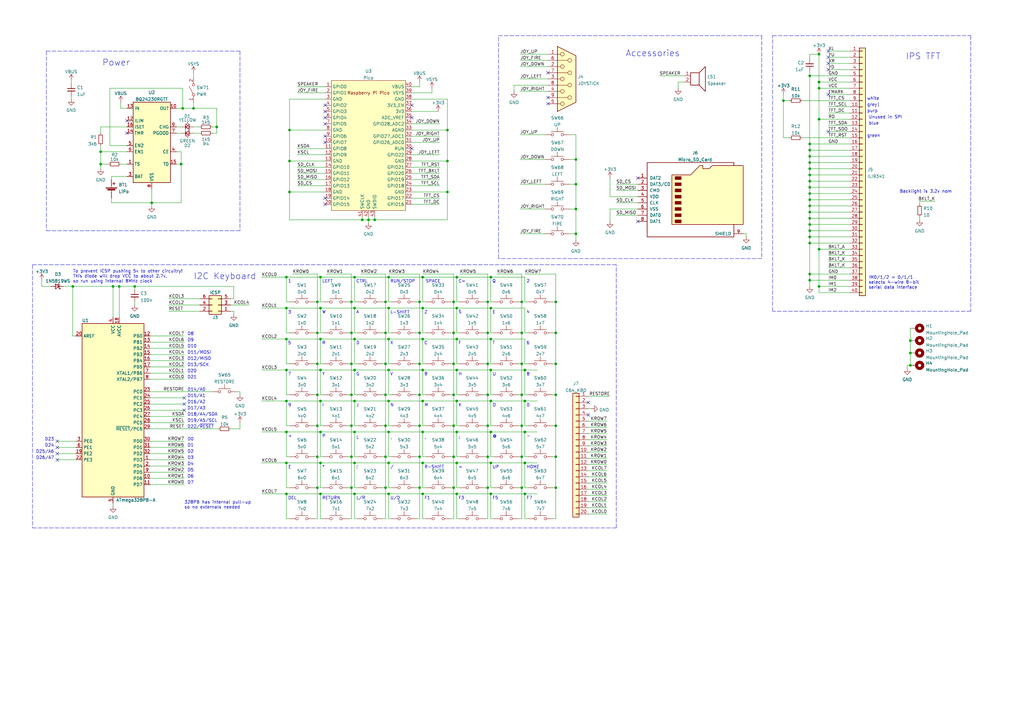
<source format=kicad_sch>
(kicad_sch (version 20211123) (generator eeschema)
  (paper "A3")
  (lib_symbols
    (symbol "Connector:DB9_Female" (pin_names (offset 1.016) hide)
      (property "Reference" "J" (at 0 13.97 0))
      (property "Value" "DB9_Female" (at 0 -14.605 0))
      (symbol "DB9_Female_1_1"
        (pin passive line (at -7.62 10.16 0) (length 3.81) (name "1") (number "1"))
        (pin passive line (at -7.62 5.08 0) (length 3.81) (name "2") (number "2"))
        (pin passive line (at -7.62 0 0) (length 3.81) (name "3") (number "3"))
        (pin passive line (at -7.62 -5.08 0) (length 3.81) (name "4") (number "4"))
        (pin passive line (at -7.62 -10.16 0) (length 3.81) (name "5") (number "5"))
        (pin passive line (at -7.62 7.62 0) (length 3.81) (name "6") (number "6"))
        (pin passive line (at -7.62 2.54 0) (length 3.81) (name "7") (number "7"))
        (pin passive line (at -7.62 -2.54 0) (length 3.81) (name "8") (number "8"))
        (pin passive line (at -7.62 -7.62 0) (length 3.81) (name "9") (number "9"))
      )
    )
    (symbol "Connector:Micro_SD_Card" (pin_names (offset 1.016))
      (property "Reference" "J" (at -16.51 15.24 0))
      (property "Value" "Micro_SD_Card" (at 16.51 15.24 0))
      (symbol "Micro_SD_Card_1_1"
        (pin bidirectional line (at -22.86 7.62 0) (length 3.81) (name "DAT2") (number "1"))
        (pin bidirectional line (at -22.86 5.08 0) (length 3.81) (name "DAT3/CD") (number "2"))
        (pin input line (at -22.86 2.54 0) (length 3.81) (name "CMD") (number "3"))
        (pin power_in line (at -22.86 0 0) (length 3.81) (name "VDD") (number "4"))
        (pin input line (at -22.86 -2.54 0) (length 3.81) (name "CLK") (number "5"))
        (pin power_in line (at -22.86 -5.08 0) (length 3.81) (name "VSS") (number "6"))
        (pin bidirectional line (at -22.86 -7.62 0) (length 3.81) (name "DAT0") (number "7"))
        (pin bidirectional line (at -22.86 -10.16 0) (length 3.81) (name "DAT1") (number "8"))
        (pin passive line (at 20.32 -15.24 180) (length 3.81) (name "SHIELD") (number "9"))
      )
    )
    (symbol "Connector_Generic:Conn_01x20" (pin_names (offset 1.016) hide)
      (property "Reference" "J" (at 0 25.4 0))
      (property "Value" "Conn_01x20" (at 0 -27.94 0))
      (symbol "Conn_01x20_1_1"
        (pin passive line (at -5.08 22.86 0) (length 3.81) (name "Pin_1") (number "1"))
        (pin passive line (at -5.08 0 0) (length 3.81) (name "Pin_10") (number "10"))
        (pin passive line (at -5.08 -2.54 0) (length 3.81) (name "Pin_11") (number "11"))
        (pin passive line (at -5.08 -5.08 0) (length 3.81) (name "Pin_12") (number "12"))
        (pin passive line (at -5.08 -7.62 0) (length 3.81) (name "Pin_13") (number "13"))
        (pin passive line (at -5.08 -10.16 0) (length 3.81) (name "Pin_14") (number "14"))
        (pin passive line (at -5.08 -12.7 0) (length 3.81) (name "Pin_15") (number "15"))
        (pin passive line (at -5.08 -15.24 0) (length 3.81) (name "Pin_16") (number "16"))
        (pin passive line (at -5.08 -17.78 0) (length 3.81) (name "Pin_17") (number "17"))
        (pin passive line (at -5.08 -20.32 0) (length 3.81) (name "Pin_18") (number "18"))
        (pin passive line (at -5.08 -22.86 0) (length 3.81) (name "Pin_19") (number "19"))
        (pin passive line (at -5.08 20.32 0) (length 3.81) (name "Pin_2") (number "2"))
        (pin passive line (at -5.08 -25.4 0) (length 3.81) (name "Pin_20") (number "20"))
        (pin passive line (at -5.08 17.78 0) (length 3.81) (name "Pin_3") (number "3"))
        (pin passive line (at -5.08 15.24 0) (length 3.81) (name "Pin_4") (number "4"))
        (pin passive line (at -5.08 12.7 0) (length 3.81) (name "Pin_5") (number "5"))
        (pin passive line (at -5.08 10.16 0) (length 3.81) (name "Pin_6") (number "6"))
        (pin passive line (at -5.08 7.62 0) (length 3.81) (name "Pin_7") (number "7"))
        (pin passive line (at -5.08 5.08 0) (length 3.81) (name "Pin_8") (number "8"))
        (pin passive line (at -5.08 2.54 0) (length 3.81) (name "Pin_9") (number "9"))
      )
    )
    (symbol "Connector_Generic:Conn_01x40" (pin_names (offset 1.016) hide)
      (property "Reference" "J" (at 0 50.8 0))
      (property "Value" "Conn_01x40" (at 0 -53.34 0))
      (symbol "Conn_01x40_1_1"
        (pin passive line (at -5.08 48.26 0) (length 3.81) (name "Pin_1") (number "1"))
        (pin passive line (at -5.08 25.4 0) (length 3.81) (name "Pin_10") (number "10"))
        (pin passive line (at -5.08 22.86 0) (length 3.81) (name "Pin_11") (number "11"))
        (pin passive line (at -5.08 20.32 0) (length 3.81) (name "Pin_12") (number "12"))
        (pin passive line (at -5.08 17.78 0) (length 3.81) (name "Pin_13") (number "13"))
        (pin passive line (at -5.08 15.24 0) (length 3.81) (name "Pin_14") (number "14"))
        (pin passive line (at -5.08 12.7 0) (length 3.81) (name "Pin_15") (number "15"))
        (pin passive line (at -5.08 10.16 0) (length 3.81) (name "Pin_16") (number "16"))
        (pin passive line (at -5.08 7.62 0) (length 3.81) (name "Pin_17") (number "17"))
        (pin passive line (at -5.08 5.08 0) (length 3.81) (name "Pin_18") (number "18"))
        (pin passive line (at -5.08 2.54 0) (length 3.81) (name "Pin_19") (number "19"))
        (pin passive line (at -5.08 45.72 0) (length 3.81) (name "Pin_2") (number "2"))
        (pin passive line (at -5.08 0 0) (length 3.81) (name "Pin_20") (number "20"))
        (pin passive line (at -5.08 -2.54 0) (length 3.81) (name "Pin_21") (number "21"))
        (pin passive line (at -5.08 -5.08 0) (length 3.81) (name "Pin_22") (number "22"))
        (pin passive line (at -5.08 -7.62 0) (length 3.81) (name "Pin_23") (number "23"))
        (pin passive line (at -5.08 -10.16 0) (length 3.81) (name "Pin_24") (number "24"))
        (pin passive line (at -5.08 -12.7 0) (length 3.81) (name "Pin_25") (number "25"))
        (pin passive line (at -5.08 -15.24 0) (length 3.81) (name "Pin_26") (number "26"))
        (pin passive line (at -5.08 -17.78 0) (length 3.81) (name "Pin_27") (number "27"))
        (pin passive line (at -5.08 -20.32 0) (length 3.81) (name "Pin_28") (number "28"))
        (pin passive line (at -5.08 -22.86 0) (length 3.81) (name "Pin_29") (number "29"))
        (pin passive line (at -5.08 43.18 0) (length 3.81) (name "Pin_3") (number "3"))
        (pin passive line (at -5.08 -25.4 0) (length 3.81) (name "Pin_30") (number "30"))
        (pin passive line (at -5.08 -27.94 0) (length 3.81) (name "Pin_31") (number "31"))
        (pin passive line (at -5.08 -30.48 0) (length 3.81) (name "Pin_32") (number "32"))
        (pin passive line (at -5.08 -33.02 0) (length 3.81) (name "Pin_33") (number "33"))
        (pin passive line (at -5.08 -35.56 0) (length 3.81) (name "Pin_34") (number "34"))
        (pin passive line (at -5.08 -38.1 0) (length 3.81) (name "Pin_35") (number "35"))
        (pin passive line (at -5.08 -40.64 0) (length 3.81) (name "Pin_36") (number "36"))
        (pin passive line (at -5.08 -43.18 0) (length 3.81) (name "Pin_37") (number "37"))
        (pin passive line (at -5.08 -45.72 0) (length 3.81) (name "Pin_38") (number "38"))
        (pin passive line (at -5.08 -48.26 0) (length 3.81) (name "Pin_39") (number "39"))
        (pin passive line (at -5.08 40.64 0) (length 3.81) (name "Pin_4") (number "4"))
        (pin passive line (at -5.08 -50.8 0) (length 3.81) (name "Pin_40") (number "40"))
        (pin passive line (at -5.08 38.1 0) (length 3.81) (name "Pin_5") (number "5"))
        (pin passive line (at -5.08 35.56 0) (length 3.81) (name "Pin_6") (number "6"))
        (pin passive line (at -5.08 33.02 0) (length 3.81) (name "Pin_7") (number "7"))
        (pin passive line (at -5.08 30.48 0) (length 3.81) (name "Pin_8") (number "8"))
        (pin passive line (at -5.08 27.94 0) (length 3.81) (name "Pin_9") (number "9"))
      )
    )
    (symbol "Connector_Generic:Conn_02x03_Odd_Even" (pin_names (offset 1.016) hide)
      (property "Reference" "J" (at 1.27 5.08 0))
      (property "Value" "Conn_02x03_Odd_Even" (at 1.27 -5.08 0))
      (symbol "Conn_02x03_Odd_Even_1_1"
        (pin passive line (at -5.08 2.54 0) (length 3.81) (name "Pin_1") (number "1"))
        (pin passive line (at 7.62 2.54 180) (length 3.81) (name "Pin_2") (number "2"))
        (pin passive line (at -5.08 0 0) (length 3.81) (name "Pin_3") (number "3"))
        (pin passive line (at 7.62 0 180) (length 3.81) (name "Pin_4") (number "4"))
        (pin passive line (at -5.08 -2.54 0) (length 3.81) (name "Pin_5") (number "5"))
        (pin passive line (at 7.62 -2.54 180) (length 3.81) (name "Pin_6") (number "6"))
      )
    )
    (symbol "Device:Battery_Cell" (pin_numbers hide) (pin_names (offset 0) hide)
      (property "Reference" "BT" (at 2.54 2.54 0))
      (property "Value" "Battery_Cell" (at 2.54 0 0))
      (symbol "Battery_Cell_1_1"
        (pin passive line (at 0 5.08 270) (length 2.54) (name "+") (number "1"))
        (pin passive line (at 0 -2.54 90) (length 2.54) (name "-") (number "2"))
      )
    )
    (symbol "Device:C_Small" (pin_numbers hide) (pin_names (offset 0.254) hide)
      (property "Reference" "C" (at 0.254 1.778 0))
      (property "Value" "C_Small" (at 0.254 -2.032 0))
      (symbol "C_Small_1_1"
        (pin passive line (at 0 2.54 270) (length 2.032) (name "~") (number "1"))
        (pin passive line (at 0 -2.54 90) (length 2.032) (name "~") (number "2"))
      )
    )
    (symbol "Device:D_Schottky_Small" (pin_numbers hide) (pin_names (offset 0.254) hide)
      (property "Reference" "D" (at -1.27 2.032 0))
      (property "Value" "D_Schottky_Small" (at -7.112 -2.032 0))
      (symbol "D_Schottky_Small_1_1"
        (pin passive line (at -2.54 0 0) (length 1.778) (name "K") (number "1"))
        (pin passive line (at 2.54 0 180) (length 1.778) (name "A") (number "2"))
      )
    )
    (symbol "Device:LED_Small" (pin_numbers hide) (pin_names (offset 0.254) hide)
      (property "Reference" "D" (at -1.27 3.175 0))
      (property "Value" "LED_Small" (at -4.445 -2.54 0))
      (symbol "LED_Small_1_1"
        (pin passive line (at -2.54 0 0) (length 1.778) (name "K") (number "1"))
        (pin passive line (at 2.54 0 180) (length 1.778) (name "A") (number "2"))
      )
    )
    (symbol "Device:R_Small" (pin_numbers hide) (pin_names (offset 0.254) hide)
      (property "Reference" "R" (at 0.762 0.508 0))
      (property "Value" "R_Small" (at 0.762 -1.016 0))
      (symbol "R_Small_1_1"
        (pin passive line (at 0 2.54 270) (length 0.762) (name "~") (number "1"))
        (pin passive line (at 0 -2.54 90) (length 0.762) (name "~") (number "2"))
      )
    )
    (symbol "Device:Speaker" (pin_names (offset 0) hide)
      (property "Reference" "LS" (at 1.27 5.715 0))
      (property "Value" "Speaker" (at 1.27 3.81 0))
      (symbol "Speaker_1_1"
        (pin input line (at -5.08 0 0) (length 2.54) (name "1") (number "1"))
        (pin input line (at -5.08 -2.54 0) (length 2.54) (name "2") (number "2"))
      )
    )
    (symbol "MCU_Microchip_ATmega:ATmega328PB-A"
      (property "Reference" "U" (at -12.7 36.83 0))
      (property "Value" "ATmega328PB-A" (at 2.54 -36.83 0))
      (symbol "ATmega328PB-A_1_1"
        (pin bidirectional line (at 15.24 -20.32 180) (length 2.54) (name "PD3") (number "1"))
        (pin bidirectional line (at 15.24 -27.94 180) (length 2.54) (name "PD6") (number "10"))
        (pin bidirectional line (at 15.24 -30.48 180) (length 2.54) (name "PD7") (number "11"))
        (pin bidirectional line (at 15.24 30.48 180) (length 2.54) (name "PB0") (number "12"))
        (pin bidirectional line (at 15.24 27.94 180) (length 2.54) (name "PB1") (number "13"))
        (pin bidirectional line (at 15.24 25.4 180) (length 2.54) (name "PB2") (number "14"))
        (pin bidirectional line (at 15.24 22.86 180) (length 2.54) (name "PB3") (number "15"))
        (pin bidirectional line (at 15.24 20.32 180) (length 2.54) (name "PB4") (number "16"))
        (pin bidirectional line (at 15.24 17.78 180) (length 2.54) (name "PB5") (number "17"))
        (pin power_in line (at 2.54 38.1 270) (length 2.54) (name "AVCC") (number "18"))
        (pin bidirectional line (at -15.24 -17.78 0) (length 2.54) (name "PE2") (number "19"))
        (pin bidirectional line (at 15.24 -22.86 180) (length 2.54) (name "PD4") (number "2"))
        (pin passive line (at -15.24 30.48 0) (length 2.54) (name "AREF") (number "20"))
        (pin passive line (at 0 -38.1 90) (length 2.54) hide (name "GND") (number "21"))
        (pin bidirectional line (at -15.24 -20.32 0) (length 2.54) (name "PE3") (number "22"))
        (pin bidirectional line (at 15.24 7.62 180) (length 2.54) (name "PC0") (number "23"))
        (pin bidirectional line (at 15.24 5.08 180) (length 2.54) (name "PC1") (number "24"))
        (pin bidirectional line (at 15.24 2.54 180) (length 2.54) (name "PC2") (number "25"))
        (pin bidirectional line (at 15.24 0 180) (length 2.54) (name "PC3") (number "26"))
        (pin bidirectional line (at 15.24 -2.54 180) (length 2.54) (name "PC4") (number "27"))
        (pin bidirectional line (at 15.24 -5.08 180) (length 2.54) (name "PC5") (number "28"))
        (pin bidirectional line (at 15.24 -7.62 180) (length 2.54) (name "~{RESET}/PC6") (number "29"))
        (pin bidirectional line (at -15.24 -12.7 0) (length 2.54) (name "PE0") (number "3"))
        (pin bidirectional line (at 15.24 -12.7 180) (length 2.54) (name "PD0") (number "30"))
        (pin bidirectional line (at 15.24 -15.24 180) (length 2.54) (name "PD1") (number "31"))
        (pin bidirectional line (at 15.24 -17.78 180) (length 2.54) (name "PD2") (number "32"))
        (pin power_in line (at 0 38.1 270) (length 2.54) (name "VCC") (number "4"))
        (pin power_in line (at 0 -38.1 90) (length 2.54) (name "GND") (number "5"))
        (pin bidirectional line (at -15.24 -15.24 0) (length 2.54) (name "PE1") (number "6"))
        (pin bidirectional line (at 15.24 15.24 180) (length 2.54) (name "XTAL1/PB6") (number "7"))
        (pin bidirectional line (at 15.24 12.7 180) (length 2.54) (name "XTAL2/PB7") (number "8"))
        (pin bidirectional line (at 15.24 -25.4 180) (length 2.54) (name "PD5") (number "9"))
      )
    )
    (symbol "MCU_RaspberryPi_and_Boards:Pico"
      (property "Reference" "U" (at -13.97 27.94 0))
      (property "Value" "Pico" (at 0 19.05 0))
      (symbol "Pico_0_0"
        (text "Raspberry Pi Pico" (at 0 21.59 0) (effects (font (size 1.27 1.27))))
      )
      (symbol "Pico_1_1"
        (pin bidirectional line (at -17.78 24.13 0) (length 2.54) (name "GPIO0") (number "1"))
        (pin bidirectional line (at -17.78 1.27 0) (length 2.54) (name "GPIO7") (number "10"))
        (pin bidirectional line (at -17.78 -1.27 0) (length 2.54) (name "GPIO8") (number "11"))
        (pin bidirectional line (at -17.78 -3.81 0) (length 2.54) (name "GPIO9") (number "12"))
        (pin power_in line (at -17.78 -6.35 0) (length 2.54) (name "GND") (number "13"))
        (pin bidirectional line (at -17.78 -8.89 0) (length 2.54) (name "GPIO10") (number "14"))
        (pin bidirectional line (at -17.78 -11.43 0) (length 2.54) (name "GPIO11") (number "15"))
        (pin bidirectional line (at -17.78 -13.97 0) (length 2.54) (name "GPIO12") (number "16"))
        (pin bidirectional line (at -17.78 -16.51 0) (length 2.54) (name "GPIO13") (number "17"))
        (pin power_in line (at -17.78 -19.05 0) (length 2.54) (name "GND") (number "18"))
        (pin bidirectional line (at -17.78 -21.59 0) (length 2.54) (name "GPIO14") (number "19"))
        (pin bidirectional line (at -17.78 21.59 0) (length 2.54) (name "GPIO1") (number "2"))
        (pin bidirectional line (at -17.78 -24.13 0) (length 2.54) (name "GPIO15") (number "20"))
        (pin bidirectional line (at 17.78 -24.13 180) (length 2.54) (name "GPIO16") (number "21"))
        (pin bidirectional line (at 17.78 -21.59 180) (length 2.54) (name "GPIO17") (number "22"))
        (pin power_in line (at 17.78 -19.05 180) (length 2.54) (name "GND") (number "23"))
        (pin bidirectional line (at 17.78 -16.51 180) (length 2.54) (name "GPIO18") (number "24"))
        (pin bidirectional line (at 17.78 -13.97 180) (length 2.54) (name "GPIO19") (number "25"))
        (pin bidirectional line (at 17.78 -11.43 180) (length 2.54) (name "GPIO20") (number "26"))
        (pin bidirectional line (at 17.78 -8.89 180) (length 2.54) (name "GPIO21") (number "27"))
        (pin power_in line (at 17.78 -6.35 180) (length 2.54) (name "GND") (number "28"))
        (pin bidirectional line (at 17.78 -3.81 180) (length 2.54) (name "GPIO22") (number "29"))
        (pin power_in line (at -17.78 19.05 0) (length 2.54) (name "GND") (number "3"))
        (pin input line (at 17.78 -1.27 180) (length 2.54) (name "RUN") (number "30"))
        (pin bidirectional line (at 17.78 1.27 180) (length 2.54) (name "GPIO26_ADC0") (number "31"))
        (pin bidirectional line (at 17.78 3.81 180) (length 2.54) (name "GPIO27_ADC1") (number "32"))
        (pin power_in line (at 17.78 6.35 180) (length 2.54) (name "AGND") (number "33"))
        (pin bidirectional line (at 17.78 8.89 180) (length 2.54) (name "GPIO28_ADC2") (number "34"))
        (pin power_in line (at 17.78 11.43 180) (length 2.54) (name "ADC_VREF") (number "35"))
        (pin power_in line (at 17.78 13.97 180) (length 2.54) (name "3V3") (number "36"))
        (pin input line (at 17.78 16.51 180) (length 2.54) (name "3V3_EN") (number "37"))
        (pin bidirectional line (at 17.78 19.05 180) (length 2.54) (name "GND") (number "38"))
        (pin power_in line (at 17.78 21.59 180) (length 2.54) (name "VSYS") (number "39"))
        (pin bidirectional line (at -17.78 16.51 0) (length 2.54) (name "GPIO2") (number "4"))
        (pin power_in line (at 17.78 24.13 180) (length 2.54) (name "VBUS") (number "40"))
        (pin input line (at -2.54 -29.21 90) (length 2.54) (name "SWCLK") (number "41"))
        (pin power_in line (at 0 -29.21 90) (length 2.54) (name "GND") (number "42"))
        (pin bidirectional line (at 2.54 -29.21 90) (length 2.54) (name "SWDIO") (number "43"))
        (pin bidirectional line (at -17.78 13.97 0) (length 2.54) (name "GPIO3") (number "5"))
        (pin bidirectional line (at -17.78 11.43 0) (length 2.54) (name "GPIO4") (number "6"))
        (pin bidirectional line (at -17.78 8.89 0) (length 2.54) (name "GPIO5") (number "7"))
        (pin power_in line (at -17.78 6.35 0) (length 2.54) (name "GND") (number "8"))
        (pin bidirectional line (at -17.78 3.81 0) (length 2.54) (name "GPIO6") (number "9"))
      )
    )
    (symbol "Mechanical:MountingHole_Pad" (pin_numbers hide) (pin_names (offset 1.016) hide)
      (property "Reference" "H" (at 0 6.35 0))
      (property "Value" "MountingHole_Pad" (at 0 4.445 0))
      (symbol "MountingHole_Pad_1_1"
        (pin input line (at 0 -2.54 90) (length 2.54) (name "1") (number "1"))
      )
    )
    (symbol "Power_Management:BQ24230RGT"
      (property "Reference" "U" (at -8.89 19.05 0))
      (property "Value" "BQ24230RGT" (at 5.08 19.05 0))
      (symbol "BQ24230RGT_1_1"
        (pin passive line (at -10.16 -7.62 0) (length 2.54) (name "TS") (number "1"))
        (pin power_out line (at 10.16 15.24 180) (length 2.54) (name "OUT") (number "10"))
        (pin passive line (at 10.16 15.24 180) (length 2.54) hide (name "OUT") (number "11"))
        (pin passive line (at -10.16 10.16 0) (length 2.54) (name "ILIM") (number "12"))
        (pin power_in line (at -10.16 15.24 0) (length 2.54) (name "IN") (number "13"))
        (pin passive line (at -10.16 5.08 0) (length 2.54) (name "TMR") (number "14"))
        (pin input line (at 10.16 -7.62 180) (length 2.54) (name "TD") (number "15"))
        (pin passive line (at -10.16 7.62 0) (length 2.54) (name "ISET") (number "16"))
        (pin passive line (at 0 -17.78 90) (length 2.54) hide (name "VSS") (number "17"))
        (pin bidirectional line (at -10.16 -12.7 0) (length 2.54) hide (name "BAT") (number "2"))
        (pin bidirectional line (at -10.16 -12.7 0) (length 2.54) (name "BAT") (number "3"))
        (pin input line (at 10.16 -2.54 180) (length 2.54) (name "CE") (number "4"))
        (pin input line (at -10.16 0 0) (length 2.54) (name "EN2") (number "5"))
        (pin input line (at -10.16 -2.54 0) (length 2.54) (name "EN1") (number "6"))
        (pin open_collector line (at 10.16 5.08 180) (length 2.54) (name "PGOOD") (number "7"))
        (pin power_in line (at 0 -17.78 90) (length 2.54) (name "VSS") (number "8"))
        (pin open_collector line (at 10.16 7.62 180) (length 2.54) (name "CHG") (number "9"))
      )
    )
    (symbol "Silvestron Components:VSYS" (power) (pin_names (offset 0))
      (property "Value" "VSYS" (at 0 3.81 0))
      (symbol "VSYS_1_1"
        (pin power_in line (at 0 0 90) (length 0) hide (name "VSYS") (number "1"))
      )
    )
    (symbol "Switch:SW_Push" (pin_numbers hide) (pin_names (offset 1.016) hide)
      (property "Reference" "SW" (at 1.27 2.54 0))
      (property "Value" "SW_Push" (at 0 -1.524 0))
      (symbol "SW_Push_0_1"
        (pin passive line (at -5.08 0 0) (length 2.54) (name "1") (number "1"))
        (pin passive line (at 5.08 0 180) (length 2.54) (name "2") (number "2"))
      )
    )
    (symbol "Switch:SW_SPST" (pin_names (offset 0) hide)
      (property "Reference" "SW" (at 0 3.175 0))
      (property "Value" "SW_SPST" (at 0 -2.54 0))
      (symbol "SW_SPST_1_1"
        (pin passive line (at -5.08 0 0) (length 2.54) (name "A") (number "1"))
        (pin passive line (at 5.08 0 180) (length 2.54) (name "B") (number "2"))
      )
    )
    (symbol "power:+3V3" (power) (pin_names (offset 0))
      (property "Value" "+3V3" (at 0 3.556 0))
      (symbol "+3V3_1_1"
        (pin power_in line (at 0 0 90) (length 0) hide (name "+3V3") (number "1"))
      )
    )
    (symbol "power:GND" (power) (pin_names (offset 0))
      (property "Value" "GND" (at 0 -3.81 0))
      (symbol "GND_1_1"
        (pin power_in line (at 0 0 270) (length 0) hide (name "GND") (number "1"))
      )
    )
    (symbol "power:VBUS" (power) (pin_names (offset 0))
      (property "Value" "VBUS" (at 0 3.81 0))
      (symbol "VBUS_1_1"
        (pin power_in line (at 0 0 90) (length 0) hide (name "VBUS") (number "1"))
      )
    )
  )
  (junction (at 74.295 67.31))
  (junction (at 335.915 117.475))
  (junction (at 201.295 164.465))
  (junction (at 159.385 139.065))
  (junction (at 187.325 113.665))
  (junction (at 186.055 187.325))
  (junction (at 332.105 69.215))
  (junction (at 332.105 64.135))
  (junction (at 201.295 113.665))
  (junction (at 145.415 151.765))
  (junction (at 172.085 187.325))
  (junction (at 117.475 177.165))
  (junction (at 159.385 189.865))
  (junction (at 332.105 86.995))
  (junction (at 332.105 89.535))
  (junction (at 187.325 151.765))
  (junction (at 117.475 113.665))
  (junction (at 227.965 123.825))
  (junction (at 130.175 200.025))
  (junction (at 187.325 189.865))
  (junction (at 144.145 123.825))
  (junction (at 236.22 65.405))
  (junction (at 144.145 187.325))
  (junction (at 187.325 202.565))
  (junction (at 159.385 202.565))
  (junction (at 227.965 161.925))
  (junction (at 335.915 48.895))
  (junction (at 130.175 174.625))
  (junction (at 227.965 136.525))
  (junction (at 332.105 84.455))
  (junction (at 158.115 200.025))
  (junction (at 332.105 61.595))
  (junction (at 215.265 202.565))
  (junction (at 200.025 136.525))
  (junction (at 236.22 75.565))
  (junction (at 131.445 202.565))
  (junction (at 173.355 177.165))
  (junction (at 131.445 113.665))
  (junction (at 183.515 78.74))
  (junction (at 201.295 202.565))
  (junction (at 186.055 123.825))
  (junction (at 332.105 79.375))
  (junction (at 201.295 126.365))
  (junction (at 213.995 136.525))
  (junction (at 130.175 187.325))
  (junction (at 159.385 126.365))
  (junction (at 173.355 189.865))
  (junction (at 321.31 41.275))
  (junction (at 159.385 164.465))
  (junction (at 236.22 85.725))
  (junction (at 332.105 114.935))
  (junction (at 173.355 113.665))
  (junction (at 332.105 31.115))
  (junction (at 373.38 144.78))
  (junction (at 213.995 123.825))
  (junction (at 332.105 112.395))
  (junction (at 153.67 90.17))
  (junction (at 172.085 174.625))
  (junction (at 215.265 164.465))
  (junction (at 55.245 117.475))
  (junction (at 200.025 123.825))
  (junction (at 173.355 151.765))
  (junction (at 227.965 149.225))
  (junction (at 145.415 164.465))
  (junction (at 335.915 22.225))
  (junction (at 41.275 62.23))
  (junction (at 172.085 200.025))
  (junction (at 148.59 90.17))
  (junction (at 130.175 161.925))
  (junction (at 173.355 164.465))
  (junction (at 158.115 123.825))
  (junction (at 29.845 117.475))
  (junction (at 144.145 161.925))
  (junction (at 332.105 76.835))
  (junction (at 227.965 174.625))
  (junction (at 159.385 177.165))
  (junction (at 131.445 164.465))
  (junction (at 118.745 78.74))
  (junction (at 332.105 59.055))
  (junction (at 201.295 189.865))
  (junction (at 118.745 53.34))
  (junction (at 131.445 151.765))
  (junction (at 227.965 187.325))
  (junction (at 131.445 177.165))
  (junction (at 373.38 149.86))
  (junction (at 215.265 151.765))
  (junction (at 117.475 151.765))
  (junction (at 117.475 126.365))
  (junction (at 145.415 177.165))
  (junction (at 200.025 174.625))
  (junction (at 332.105 71.755))
  (junction (at 144.145 149.225))
  (junction (at 332.105 81.915))
  (junction (at 159.385 151.765))
  (junction (at 213.995 149.225))
  (junction (at 335.915 33.655))
  (junction (at 213.995 174.625))
  (junction (at 200.025 161.925))
  (junction (at 201.295 151.765))
  (junction (at 172.085 123.825))
  (junction (at 131.445 126.365))
  (junction (at 144.145 136.525))
  (junction (at 186.055 136.525))
  (junction (at 187.325 139.065))
  (junction (at 118.745 66.04))
  (junction (at 332.105 99.695))
  (junction (at 117.475 202.565))
  (junction (at 79.375 44.45))
  (junction (at 159.385 113.665))
  (junction (at 332.105 66.675))
  (junction (at 145.415 126.365))
  (junction (at 183.515 66.04))
  (junction (at 151.13 90.17))
  (junction (at 215.265 177.165))
  (junction (at 183.515 53.34))
  (junction (at 173.355 202.565))
  (junction (at 186.055 200.025))
  (junction (at 130.175 149.225))
  (junction (at 62.23 83.185))
  (junction (at 46.355 117.475))
  (junction (at 335.915 36.195))
  (junction (at 74.93 44.45))
  (junction (at 173.355 126.365))
  (junction (at 145.415 139.065))
  (junction (at 48.895 117.475))
  (junction (at 186.055 161.925))
  (junction (at 332.105 97.155))
  (junction (at 158.115 161.925))
  (junction (at 200.025 149.225))
  (junction (at 215.265 189.865))
  (junction (at 131.445 189.865))
  (junction (at 186.055 149.225))
  (junction (at 200.025 200.025))
  (junction (at 187.325 164.465))
  (junction (at 213.995 200.025))
  (junction (at 201.295 139.065))
  (junction (at 332.105 74.295))
  (junction (at 41.275 67.31))
  (junction (at 187.325 177.165))
  (junction (at 144.145 174.625))
  (junction (at 158.115 174.625))
  (junction (at 200.025 187.325))
  (junction (at 172.085 136.525))
  (junction (at 173.355 139.065))
  (junction (at 117.475 139.065))
  (junction (at 335.915 102.235))
  (junction (at 145.415 189.865))
  (junction (at 213.995 161.925))
  (junction (at 201.295 177.165))
  (junction (at 131.445 139.065))
  (junction (at 130.175 123.825))
  (junction (at 373.38 139.7))
  (junction (at 158.115 149.225))
  (junction (at 144.145 200.025))
  (junction (at 88.9 52.07))
  (junction (at 332.105 92.075))
  (junction (at 145.415 202.565))
  (junction (at 158.115 136.525))
  (junction (at 172.085 161.925))
  (junction (at 236.22 95.885))
  (junction (at 332.105 94.615))
  (junction (at 213.995 187.325))
  (junction (at 227.965 200.025))
  (junction (at 130.175 136.525))
  (junction (at 186.055 174.625))
  (junction (at 158.115 187.325))
  (junction (at 145.415 113.665))
  (junction (at 117.475 164.465))
  (junction (at 187.325 126.365))
  (junction (at 117.475 189.865))
  (junction (at 172.085 149.225))
  (no_connect (at 23.495 188.595))
  (no_connect (at 52.07 49.53))
  (no_connect (at 339.725 53.975))
  (no_connect (at 241.3 165.1))
  (no_connect (at 241.3 170.18))
  (no_connect (at 133.35 43.18))
  (no_connect (at 133.35 45.72))
  (no_connect (at 133.35 48.26))
  (no_connect (at 133.35 50.8))
  (no_connect (at 133.35 55.88))
  (no_connect (at 133.35 58.42))
  (no_connect (at 133.35 81.28))
  (no_connect (at 133.35 83.82))
  (no_connect (at 261.62 73.025))
  (no_connect (at 224.79 29.845))
  (no_connect (at 224.79 40.005))
  (no_connect (at 224.79 42.545))
  (no_connect (at 75.565 163.195))
  (no_connect (at 75.565 168.275))
  (no_connect (at 75.565 165.735))
  (no_connect (at 23.495 186.055))
  (no_connect (at 168.91 60.96))
  (no_connect (at 23.495 180.975))
  (no_connect (at 339.725 26.035))
  (no_connect (at 339.725 28.575))
  (no_connect (at 339.725 20.955))
  (no_connect (at 339.725 38.735))
  (no_connect (at 339.725 23.495))
  (no_connect (at 261.62 90.805))
  (no_connect (at 23.495 183.515))
  (no_connect (at 168.91 43.18))
  (no_connect (at 168.91 48.26))
  (no_connect (at 52.07 54.61))
  (wire (pts (xy 61.595 193.675) (xy 75.565 193.675)))
  (wire (pts (xy 202.565 149.225) (xy 201.295 149.225)))
  (wire (pts (xy 184.785 174.625) (xy 186.055 174.625)))
  (wire (pts (xy 61.595 150.495) (xy 75.565 150.495)))
  (wire (pts (xy 215.265 177.165) (xy 220.345 177.165)))
  (wire (pts (xy 202.565 161.925) (xy 201.295 161.925)))
  (wire (pts (xy 72.39 52.07) (xy 74.295 52.07)))
  (polyline (pts (xy 398.145 14.605) (xy 398.145 127.635)))
  (wire (pts (xy 198.755 187.325) (xy 200.025 187.325)))
  (wire (pts (xy 236.22 75.565) (xy 236.22 65.405)))
  (wire (pts (xy 117.475 202.565) (xy 117.475 212.725)))
  (wire (pts (xy 117.475 177.165) (xy 131.445 177.165)))
  (wire (pts (xy 145.415 177.165) (xy 145.415 187.325)))
  (wire (pts (xy 332.105 89.535) (xy 332.105 92.075)))
  (wire (pts (xy 332.105 112.395) (xy 348.615 112.395)))
  (wire (pts (xy 118.745 136.525) (xy 117.475 136.525)))
  (wire (pts (xy 335.915 22.225) (xy 332.105 22.225)))
  (wire (pts (xy 146.685 149.225) (xy 145.415 149.225)))
  (wire (pts (xy 144.145 136.525) (xy 144.145 149.225)))
  (wire (pts (xy 373.38 144.78) (xy 373.38 149.86)))
  (wire (pts (xy 198.755 200.025) (xy 200.025 200.025)))
  (wire (pts (xy 133.35 68.58) (xy 121.92 68.58)))
  (wire (pts (xy 241.3 182.88) (xy 248.92 182.88)))
  (wire (pts (xy 55.245 117.475) (xy 48.895 117.475)))
  (polyline (pts (xy 312.42 14.605) (xy 312.42 106.045)))
  (wire (pts (xy 252.73 78.105) (xy 261.62 78.105)))
  (wire (pts (xy 132.715 212.725) (xy 131.445 212.725)))
  (wire (pts (xy 94.615 127.635) (xy 95.885 127.635)))
  (wire (pts (xy 184.785 187.325) (xy 186.055 187.325)))
  (wire (pts (xy 348.615 89.535) (xy 332.105 89.535)))
  (wire (pts (xy 187.325 189.865) (xy 201.295 189.865)))
  (wire (pts (xy 88.9 44.45) (xy 88.9 52.07)))
  (wire (pts (xy 250.19 85.725) (xy 250.19 90.805)))
  (wire (pts (xy 145.415 126.365) (xy 145.415 136.525)))
  (wire (pts (xy 61.595 175.895) (xy 89.535 175.895)))
  (wire (pts (xy 321.31 56.515) (xy 321.31 41.275)))
  (wire (pts (xy 174.625 161.925) (xy 173.355 161.925)))
  (wire (pts (xy 107.315 164.465) (xy 117.475 164.465)))
  (wire (pts (xy 200.025 161.925) (xy 200.025 174.625)))
  (wire (pts (xy 41.275 59.69) (xy 41.275 62.23)))
  (polyline (pts (xy 312.42 106.045) (xy 204.47 106.045)))
  (wire (pts (xy 348.615 81.915) (xy 332.105 81.915)))
  (wire (pts (xy 216.535 123.825) (xy 215.265 123.825)))
  (wire (pts (xy 335.915 102.235) (xy 348.615 102.235)))
  (wire (pts (xy 184.785 123.825) (xy 186.055 123.825)))
  (wire (pts (xy 160.655 200.025) (xy 159.385 200.025)))
  (wire (pts (xy 184.785 161.925) (xy 186.055 161.925)))
  (wire (pts (xy 133.35 71.12) (xy 121.92 71.12)))
  (wire (pts (xy 241.3 200.66) (xy 248.92 200.66)))
  (wire (pts (xy 241.3 203.2) (xy 248.92 203.2)))
  (wire (pts (xy 170.815 161.925) (xy 172.085 161.925)))
  (wire (pts (xy 158.115 123.825) (xy 158.115 112.395)))
  (wire (pts (xy 215.265 164.465) (xy 215.265 174.625)))
  (wire (pts (xy 332.105 76.835) (xy 332.105 79.375)))
  (wire (pts (xy 201.295 202.565) (xy 215.265 202.565)))
  (wire (pts (xy 241.3 185.42) (xy 248.92 185.42)))
  (wire (pts (xy 117.475 151.765) (xy 117.475 161.925)))
  (wire (pts (xy 186.055 149.225) (xy 186.055 161.925)))
  (wire (pts (xy 168.91 45.72) (xy 179.705 45.72)))
  (wire (pts (xy 172.085 200.025) (xy 172.085 212.725)))
  (wire (pts (xy 335.915 120.015) (xy 348.615 120.015)))
  (wire (pts (xy 184.785 212.725) (xy 186.055 212.725)))
  (wire (pts (xy 61.595 173.355) (xy 75.565 173.355)))
  (wire (pts (xy 118.745 90.17) (xy 148.59 90.17)))
  (wire (pts (xy 170.815 187.325) (xy 172.085 187.325)))
  (wire (pts (xy 46.355 206.375) (xy 46.355 207.645)))
  (wire (pts (xy 198.755 212.725) (xy 200.025 212.725)))
  (wire (pts (xy 146.685 161.925) (xy 145.415 161.925)))
  (wire (pts (xy 159.385 189.865) (xy 173.355 189.865)))
  (wire (pts (xy 201.295 126.365) (xy 215.265 126.365)))
  (wire (pts (xy 72.39 44.45) (xy 74.93 44.45)))
  (wire (pts (xy 45.085 59.69) (xy 45.085 36.195)))
  (wire (pts (xy 202.565 123.825) (xy 201.295 123.825)))
  (wire (pts (xy 348.615 79.375) (xy 332.105 79.375)))
  (wire (pts (xy 183.515 66.04) (xy 183.515 78.74)))
  (wire (pts (xy 173.355 177.165) (xy 173.355 187.325)))
  (wire (pts (xy 377.19 82.55) (xy 377.19 83.82)))
  (wire (pts (xy 186.055 200.025) (xy 186.055 212.725)))
  (wire (pts (xy 186.055 136.525) (xy 186.055 149.225)))
  (wire (pts (xy 187.325 177.165) (xy 201.295 177.165)))
  (wire (pts (xy 156.845 212.725) (xy 158.115 212.725)))
  (wire (pts (xy 200.025 187.325) (xy 200.025 200.025)))
  (wire (pts (xy 61.595 168.275) (xy 75.565 168.275)))
  (wire (pts (xy 159.385 164.465) (xy 173.355 164.465)))
  (polyline (pts (xy 19.05 20.955) (xy 19.05 94.615)))
  (wire (pts (xy 348.615 99.695) (xy 332.105 99.695)))
  (wire (pts (xy 172.085 136.525) (xy 172.085 149.225)))
  (wire (pts (xy 133.985 112.395) (xy 144.145 112.395)))
  (wire (pts (xy 187.325 164.465) (xy 187.325 174.625)))
  (wire (pts (xy 335.915 22.225) (xy 335.915 33.655)))
  (wire (pts (xy 202.565 212.725) (xy 201.295 212.725)))
  (wire (pts (xy 215.265 151.765) (xy 220.345 151.765)))
  (wire (pts (xy 61.595 180.975) (xy 75.565 180.975)))
  (wire (pts (xy 233.68 65.405) (xy 236.22 65.405)))
  (wire (pts (xy 183.515 90.17) (xy 153.67 90.17)))
  (wire (pts (xy 236.22 85.725) (xy 236.22 75.565)))
  (wire (pts (xy 186.055 123.825) (xy 186.055 112.395)))
  (wire (pts (xy 107.315 126.365) (xy 117.475 126.365)))
  (wire (pts (xy 128.905 161.925) (xy 130.175 161.925)))
  (wire (pts (xy 213.36 85.725) (xy 223.52 85.725)))
  (wire (pts (xy 118.745 53.34) (xy 118.745 66.04)))
  (wire (pts (xy 156.845 174.625) (xy 158.115 174.625)))
  (wire (pts (xy 74.93 36.195) (xy 74.93 44.45)))
  (wire (pts (xy 156.845 123.825) (xy 158.115 123.825)))
  (wire (pts (xy 62.23 77.47) (xy 62.23 83.185)))
  (wire (pts (xy 332.105 114.935) (xy 332.105 117.475)))
  (wire (pts (xy 131.445 126.365) (xy 131.445 136.525)))
  (wire (pts (xy 131.445 139.065) (xy 145.415 139.065)))
  (wire (pts (xy 373.38 139.7) (xy 373.38 144.78)))
  (wire (pts (xy 202.565 136.525) (xy 201.295 136.525)))
  (wire (pts (xy 174.625 187.325) (xy 173.355 187.325)))
  (wire (pts (xy 339.725 104.775) (xy 348.615 104.775)))
  (wire (pts (xy 332.105 59.055) (xy 348.615 59.055)))
  (wire (pts (xy 241.3 177.8) (xy 248.92 177.8)))
  (wire (pts (xy 55.245 117.475) (xy 95.885 117.475)))
  (wire (pts (xy 72.39 67.31) (xy 74.295 67.31)))
  (wire (pts (xy 153.67 88.9) (xy 153.67 90.17)))
  (wire (pts (xy 132.715 187.325) (xy 131.445 187.325)))
  (wire (pts (xy 69.215 122.555) (xy 81.915 122.555)))
  (wire (pts (xy 117.475 113.665) (xy 131.445 113.665)))
  (wire (pts (xy 213.995 200.025) (xy 213.995 212.725)))
  (wire (pts (xy 131.445 177.165) (xy 145.415 177.165)))
  (wire (pts (xy 339.725 43.815) (xy 348.615 43.815)))
  (wire (pts (xy 61.595 163.195) (xy 75.565 163.195)))
  (wire (pts (xy 227.965 136.525) (xy 227.965 149.225)))
  (wire (pts (xy 172.085 123.825) (xy 172.085 136.525)))
  (wire (pts (xy 142.875 123.825) (xy 144.145 123.825)))
  (wire (pts (xy 187.325 164.465) (xy 201.295 164.465)))
  (wire (pts (xy 145.415 189.865) (xy 145.415 200.025)))
  (wire (pts (xy 130.175 187.325) (xy 130.175 200.025)))
  (wire (pts (xy 348.615 71.755) (xy 332.105 71.755)))
  (wire (pts (xy 332.105 114.935) (xy 348.615 114.935)))
  (wire (pts (xy 107.315 177.165) (xy 117.475 177.165)))
  (wire (pts (xy 201.295 139.065) (xy 201.295 149.225)))
  (wire (pts (xy 172.085 174.625) (xy 172.085 187.325)))
  (wire (pts (xy 172.085 161.925) (xy 172.085 174.625)))
  (wire (pts (xy 227.965 187.325) (xy 227.965 200.025)))
  (wire (pts (xy 332.105 29.21) (xy 332.105 31.115)))
  (wire (pts (xy 332.105 84.455) (xy 332.105 86.995)))
  (wire (pts (xy 158.115 149.225) (xy 158.115 161.925)))
  (wire (pts (xy 170.815 174.625) (xy 172.085 174.625)))
  (wire (pts (xy 186.055 174.625) (xy 186.055 187.325)))
  (wire (pts (xy 118.745 66.04) (xy 118.745 78.74)))
  (wire (pts (xy 159.385 139.065) (xy 159.385 149.225)))
  (wire (pts (xy 332.105 64.135) (xy 332.105 66.675)))
  (wire (pts (xy 215.265 139.065) (xy 215.265 149.225)))
  (wire (pts (xy 213.995 187.325) (xy 213.995 200.025)))
  (wire (pts (xy 212.725 161.925) (xy 213.995 161.925)))
  (wire (pts (xy 321.31 41.275) (xy 321.31 38.735)))
  (wire (pts (xy 151.13 88.9) (xy 151.13 90.17)))
  (wire (pts (xy 348.615 92.075) (xy 332.105 92.075)))
  (wire (pts (xy 130.175 123.825) (xy 130.175 112.395)))
  (wire (pts (xy 200.025 174.625) (xy 200.025 187.325)))
  (wire (pts (xy 88.9 54.61) (xy 86.995 54.61)))
  (wire (pts (xy 145.415 164.465) (xy 159.385 164.465)))
  (wire (pts (xy 142.875 212.725) (xy 144.145 212.725)))
  (wire (pts (xy 45.72 83.185) (xy 62.23 83.185)))
  (wire (pts (xy 332.105 94.615) (xy 332.105 97.155)))
  (wire (pts (xy 159.385 139.065) (xy 173.355 139.065)))
  (wire (pts (xy 61.595 170.815) (xy 75.565 170.815)))
  (polyline (pts (xy 19.05 20.955) (xy 98.425 20.955)))
  (wire (pts (xy 201.295 113.665) (xy 215.265 113.665)))
  (wire (pts (xy 144.145 200.025) (xy 144.145 212.725)))
  (wire (pts (xy 236.22 98.425) (xy 236.22 95.885)))
  (wire (pts (xy 94.615 125.095) (xy 102.235 125.095)))
  (wire (pts (xy 332.105 59.055) (xy 332.105 61.595)))
  (wire (pts (xy 97.155 160.655) (xy 98.425 160.655)))
  (wire (pts (xy 158.115 200.025) (xy 158.115 212.725)))
  (wire (pts (xy 332.105 66.675) (xy 332.105 69.215)))
  (wire (pts (xy 132.715 200.025) (xy 131.445 200.025)))
  (wire (pts (xy 183.515 78.74) (xy 183.515 90.17)))
  (wire (pts (xy 74.295 67.31) (xy 74.295 83.185)))
  (wire (pts (xy 158.115 187.325) (xy 158.115 200.025)))
  (wire (pts (xy 69.215 127.635) (xy 81.915 127.635)))
  (wire (pts (xy 48.895 117.475) (xy 46.355 117.475)))
  (wire (pts (xy 131.445 151.765) (xy 145.415 151.765)))
  (wire (pts (xy 131.445 126.365) (xy 145.415 126.365)))
  (wire (pts (xy 188.595 187.325) (xy 187.325 187.325)))
  (wire (pts (xy 172.085 187.325) (xy 172.085 200.025)))
  (wire (pts (xy 62.23 83.185) (xy 62.23 84.455)))
  (wire (pts (xy 118.745 78.74) (xy 118.745 90.17)))
  (wire (pts (xy 98.425 173.355) (xy 98.425 175.895)))
  (wire (pts (xy 236.22 95.885) (xy 236.22 85.725)))
  (wire (pts (xy 198.755 123.825) (xy 200.025 123.825)))
  (wire (pts (xy 159.385 151.765) (xy 173.355 151.765)))
  (wire (pts (xy 332.105 22.225) (xy 332.105 24.13)))
  (wire (pts (xy 332.105 97.155) (xy 332.105 99.695)))
  (wire (pts (xy 173.355 202.565) (xy 187.325 202.565)))
  (wire (pts (xy 131.445 164.465) (xy 145.415 164.465)))
  (wire (pts (xy 160.655 136.525) (xy 159.385 136.525)))
  (wire (pts (xy 145.415 113.665) (xy 159.385 113.665)))
  (wire (pts (xy 216.535 187.325) (xy 215.265 187.325)))
  (wire (pts (xy 74.295 83.185) (xy 62.23 83.185)))
  (wire (pts (xy 46.355 117.475) (xy 46.355 130.175)))
  (wire (pts (xy 158.115 136.525) (xy 158.115 149.225)))
  (wire (pts (xy 144.145 187.325) (xy 144.145 200.025)))
  (wire (pts (xy 332.105 112.395) (xy 332.105 114.935)))
  (wire (pts (xy 146.685 212.725) (xy 145.415 212.725)))
  (wire (pts (xy 147.955 112.395) (xy 158.115 112.395)))
  (wire (pts (xy 173.355 189.865) (xy 173.355 200.025)))
  (wire (pts (xy 133.35 38.1) (xy 121.92 38.1)))
  (wire (pts (xy 377.19 88.9) (xy 377.19 90.17)))
  (wire (pts (xy 41.275 52.07) (xy 41.275 54.61)))
  (wire (pts (xy 48.895 117.475) (xy 48.895 130.175)))
  (wire (pts (xy 61.595 186.055) (xy 75.565 186.055)))
  (wire (pts (xy 168.91 68.58) (xy 180.34 68.58)))
  (wire (pts (xy 226.695 187.325) (xy 227.965 187.325)))
  (wire (pts (xy 335.915 117.475) (xy 335.915 120.015)))
  (wire (pts (xy 215.265 202.565) (xy 215.265 212.725)))
  (wire (pts (xy 41.275 52.07) (xy 52.07 52.07)))
  (wire (pts (xy 41.275 67.31) (xy 44.45 67.31)))
  (wire (pts (xy 142.875 149.225) (xy 144.145 149.225)))
  (wire (pts (xy 95.885 127.635) (xy 95.885 128.905)))
  (wire (pts (xy 241.3 180.34) (xy 248.92 180.34)))
  (wire (pts (xy 280.67 33.655) (xy 278.13 33.655)))
  (wire (pts (xy 339.725 53.975) (xy 348.615 53.975)))
  (wire (pts (xy 215.265 126.365) (xy 215.265 136.525)))
  (wire (pts (xy 348.615 61.595) (xy 332.105 61.595)))
  (wire (pts (xy 17.145 117.475) (xy 20.955 117.475)))
  (wire (pts (xy 187.325 151.765) (xy 187.325 161.925)))
  (wire (pts (xy 23.495 188.595) (xy 31.115 188.595)))
  (wire (pts (xy 117.475 189.865) (xy 131.445 189.865)))
  (wire (pts (xy 117.475 177.165) (xy 117.475 187.325)))
  (wire (pts (xy 201.295 151.765) (xy 201.295 161.925)))
  (wire (pts (xy 252.73 83.185) (xy 261.62 83.185)))
  (wire (pts (xy 98.425 160.655) (xy 98.425 161.925)))
  (wire (pts (xy 117.475 151.765) (xy 131.445 151.765)))
  (wire (pts (xy 153.67 90.17) (xy 151.13 90.17)))
  (wire (pts (xy 233.68 95.885) (xy 236.22 95.885)))
  (wire (pts (xy 69.215 125.095) (xy 81.915 125.095)))
  (wire (pts (xy 131.445 177.165) (xy 131.445 187.325)))
  (wire (pts (xy 118.745 187.325) (xy 117.475 187.325)))
  (wire (pts (xy 339.725 23.495) (xy 348.615 23.495)))
  (wire (pts (xy 168.91 53.34) (xy 183.515 53.34)))
  (wire (pts (xy 252.73 88.265) (xy 261.62 88.265)))
  (wire (pts (xy 144.145 161.925) (xy 144.145 174.625)))
  (wire (pts (xy 233.68 75.565) (xy 236.22 75.565)))
  (wire (pts (xy 174.625 212.725) (xy 173.355 212.725)))
  (wire (pts (xy 45.085 36.195) (xy 74.93 36.195)))
  (wire (pts (xy 201.295 177.165) (xy 215.265 177.165)))
  (wire (pts (xy 201.295 189.865) (xy 201.295 200.025)))
  (wire (pts (xy 183.515 40.64) (xy 183.515 53.34)))
  (wire (pts (xy 187.325 139.065) (xy 187.325 149.225)))
  (wire (pts (xy 173.355 113.665) (xy 187.325 113.665)))
  (wire (pts (xy 146.685 200.025) (xy 145.415 200.025)))
  (wire (pts (xy 188.595 149.225) (xy 187.325 149.225)))
  (wire (pts (xy 98.425 175.895) (xy 94.615 175.895)))
  (wire (pts (xy 158.115 123.825) (xy 158.115 136.525)))
  (wire (pts (xy 226.695 174.625) (xy 227.965 174.625)))
  (wire (pts (xy 241.3 167.64) (xy 242.57 167.64)))
  (wire (pts (xy 212.725 174.625) (xy 213.995 174.625)))
  (wire (pts (xy 203.835 112.395) (xy 213.995 112.395)))
  (wire (pts (xy 188.595 123.825) (xy 187.325 123.825)))
  (wire (pts (xy 173.355 177.165) (xy 187.325 177.165)))
  (wire (pts (xy 332.105 81.915) (xy 332.105 84.455)))
  (wire (pts (xy 118.745 161.925) (xy 117.475 161.925)))
  (wire (pts (xy 145.415 189.865) (xy 159.385 189.865)))
  (wire (pts (xy 226.695 123.825) (xy 227.965 123.825)))
  (wire (pts (xy 198.755 174.625) (xy 200.025 174.625)))
  (wire (pts (xy 215.265 189.865) (xy 215.265 200.025)))
  (wire (pts (xy 133.35 40.64) (xy 118.745 40.64)))
  (wire (pts (xy 117.475 164.465) (xy 117.475 174.625)))
  (wire (pts (xy 118.745 212.725) (xy 117.475 212.725)))
  (wire (pts (xy 128.905 200.025) (xy 130.175 200.025)))
  (wire (pts (xy 145.415 139.065) (xy 145.415 149.225)))
  (wire (pts (xy 132.715 174.625) (xy 131.445 174.625)))
  (wire (pts (xy 107.315 139.065) (xy 117.475 139.065)))
  (wire (pts (xy 201.295 189.865) (xy 215.265 189.865)))
  (wire (pts (xy 145.415 151.765) (xy 145.415 161.925)))
  (wire (pts (xy 335.915 33.655) (xy 348.615 33.655)))
  (wire (pts (xy 339.725 46.355) (xy 348.615 46.355)))
  (wire (pts (xy 187.325 126.365) (xy 201.295 126.365)))
  (wire (pts (xy 61.595 165.735) (xy 75.565 165.735)))
  (wire (pts (xy 177.165 38.1) (xy 177.165 36.195)))
  (wire (pts (xy 79.375 41.91) (xy 79.375 44.45)))
  (wire (pts (xy 131.445 151.765) (xy 131.445 161.925)))
  (wire (pts (xy 160.655 212.725) (xy 159.385 212.725)))
  (polyline (pts (xy 398.145 127.635) (xy 316.865 127.635)))
  (wire (pts (xy 131.445 189.865) (xy 145.415 189.865)))
  (wire (pts (xy 215.265 189.865) (xy 220.345 189.865)))
  (wire (pts (xy 200.025 123.825) (xy 200.025 112.395)))
  (wire (pts (xy 173.355 151.765) (xy 187.325 151.765)))
  (wire (pts (xy 118.745 149.225) (xy 117.475 149.225)))
  (wire (pts (xy 168.91 55.88) (xy 180.34 55.88)))
  (wire (pts (xy 241.3 195.58) (xy 248.92 195.58)))
  (wire (pts (xy 215.265 202.565) (xy 220.345 202.565)))
  (wire (pts (xy 160.655 123.825) (xy 159.385 123.825)))
  (wire (pts (xy 172.085 35.56) (xy 172.085 33.655)))
  (wire (pts (xy 159.385 113.665) (xy 159.385 123.825)))
  (wire (pts (xy 339.725 107.315) (xy 348.615 107.315)))
  (wire (pts (xy 227.965 161.925) (xy 227.965 174.625)))
  (wire (pts (xy 173.355 189.865) (xy 187.325 189.865)))
  (wire (pts (xy 29.21 33.02) (xy 29.21 34.29)))
  (wire (pts (xy 158.115 161.925) (xy 158.115 174.625)))
  (polyline (pts (xy 98.425 20.955) (xy 98.425 94.615)))
  (wire (pts (xy 142.875 161.925) (xy 144.145 161.925)))
  (wire (pts (xy 61.595 196.215) (xy 75.565 196.215)))
  (wire (pts (xy 61.595 183.515) (xy 75.565 183.515)))
  (wire (pts (xy 202.565 200.025) (xy 201.295 200.025)))
  (wire (pts (xy 168.91 50.8) (xy 180.34 50.8)))
  (wire (pts (xy 158.115 174.625) (xy 158.115 187.325)))
  (wire (pts (xy 23.495 180.975) (xy 31.115 180.975)))
  (wire (pts (xy 133.35 76.2) (xy 121.92 76.2)))
  (wire (pts (xy 339.725 51.435) (xy 348.615 51.435)))
  (wire (pts (xy 74.295 62.23) (xy 74.295 67.31)))
  (wire (pts (xy 145.415 202.565) (xy 159.385 202.565)))
  (wire (pts (xy 145.415 202.565) (xy 145.415 212.725)))
  (wire (pts (xy 173.355 126.365) (xy 173.355 136.525)))
  (wire (pts (xy 213.36 32.385) (xy 224.79 32.385)))
  (wire (pts (xy 61.595 155.575) (xy 75.565 155.575)))
  (wire (pts (xy 145.415 126.365) (xy 159.385 126.365)))
  (wire (pts (xy 201.295 202.565) (xy 201.295 212.725)))
  (wire (pts (xy 173.355 113.665) (xy 173.355 123.825)))
  (wire (pts (xy 233.68 85.725) (xy 236.22 85.725)))
  (polyline (pts (xy 252.73 108.585) (xy 13.335 108.585)))
  (wire (pts (xy 173.355 139.065) (xy 187.325 139.065)))
  (wire (pts (xy 156.845 149.225) (xy 158.115 149.225)))
  (wire (pts (xy 348.615 84.455) (xy 332.105 84.455)))
  (wire (pts (xy 241.3 205.74) (xy 248.92 205.74)))
  (wire (pts (xy 216.535 174.625) (xy 215.265 174.625)))
  (wire (pts (xy 107.315 202.565) (xy 117.475 202.565)))
  (wire (pts (xy 142.875 174.625) (xy 144.145 174.625)))
  (wire (pts (xy 131.445 113.665) (xy 145.415 113.665)))
  (wire (pts (xy 29.21 39.37) (xy 29.21 40.64)))
  (wire (pts (xy 187.325 151.765) (xy 201.295 151.765)))
  (wire (pts (xy 132.715 149.225) (xy 131.445 149.225)))
  (wire (pts (xy 241.3 187.96) (xy 248.92 187.96)))
  (wire (pts (xy 173.355 202.565) (xy 173.355 212.725)))
  (wire (pts (xy 187.325 202.565) (xy 201.295 202.565)))
  (wire (pts (xy 252.73 75.565) (xy 261.62 75.565)))
  (wire (pts (xy 212.725 123.825) (xy 213.995 123.825)))
  (polyline (pts (xy 204.47 14.605) (xy 312.42 14.605)))
  (wire (pts (xy 373.38 139.7) (xy 373.38 134.62)))
  (wire (pts (xy 241.3 208.28) (xy 248.92 208.28)))
  (wire (pts (xy 188.595 174.625) (xy 187.325 174.625)))
  (wire (pts (xy 348.615 86.995) (xy 332.105 86.995)))
  (wire (pts (xy 186.055 161.925) (xy 186.055 174.625)))
  (wire (pts (xy 117.475 202.565) (xy 131.445 202.565)))
  (wire (pts (xy 117.475 139.065) (xy 131.445 139.065)))
  (wire (pts (xy 45.72 81.28) (xy 45.72 83.185)))
  (wire (pts (xy 201.295 164.465) (xy 215.265 164.465)))
  (wire (pts (xy 173.355 112.395) (xy 186.055 112.395)))
  (wire (pts (xy 55.245 123.825) (xy 55.245 125.095)))
  (wire (pts (xy 55.245 118.745) (xy 55.245 117.475)))
  (wire (pts (xy 227.965 123.825) (xy 227.965 136.525)))
  (wire (pts (xy 348.615 76.835) (xy 332.105 76.835)))
  (wire (pts (xy 335.915 117.475) (xy 348.615 117.475)))
  (wire (pts (xy 348.615 94.615) (xy 332.105 94.615)))
  (wire (pts (xy 128.905 149.225) (xy 130.175 149.225)))
  (wire (pts (xy 202.565 187.325) (xy 201.295 187.325)))
  (wire (pts (xy 241.3 193.04) (xy 248.92 193.04)))
  (wire (pts (xy 107.315 189.865) (xy 117.475 189.865)))
  (wire (pts (xy 173.355 164.465) (xy 173.355 174.625)))
  (wire (pts (xy 250.19 80.645) (xy 261.62 80.645)))
  (wire (pts (xy 146.685 136.525) (xy 145.415 136.525)))
  (wire (pts (xy 201.295 177.165) (xy 201.295 187.325)))
  (wire (pts (xy 270.51 31.115) (xy 280.67 31.115)))
  (wire (pts (xy 156.845 187.325) (xy 158.115 187.325)))
  (wire (pts (xy 52.07 62.23) (xy 41.275 62.23)))
  (wire (pts (xy 45.085 59.69) (xy 52.07 59.69)))
  (wire (pts (xy 212.725 136.525) (xy 213.995 136.525)))
  (wire (pts (xy 120.015 112.395) (xy 130.175 112.395)))
  (wire (pts (xy 160.655 149.225) (xy 159.385 149.225)))
  (wire (pts (xy 332.105 74.295) (xy 332.105 76.835)))
  (wire (pts (xy 168.91 83.82) (xy 180.34 83.82)))
  (wire (pts (xy 170.815 200.025) (xy 172.085 200.025)))
  (wire (pts (xy 186.055 123.825) (xy 186.055 136.525)))
  (wire (pts (xy 168.91 63.5) (xy 180.34 63.5)))
  (wire (pts (xy 332.105 86.995) (xy 332.105 89.535)))
  (wire (pts (xy 117.475 139.065) (xy 117.475 149.225)))
  (wire (pts (xy 156.845 161.925) (xy 158.115 161.925)))
  (wire (pts (xy 212.725 149.225) (xy 213.995 149.225)))
  (wire (pts (xy 142.875 136.525) (xy 144.145 136.525)))
  (wire (pts (xy 81.915 54.61) (xy 79.375 54.61)))
  (wire (pts (xy 45.72 72.39) (xy 45.72 73.66)))
  (wire (pts (xy 49.53 41.91) (xy 49.53 44.45)))
  (wire (pts (xy 212.725 187.325) (xy 213.995 187.325)))
  (wire (pts (xy 226.695 161.925) (xy 227.965 161.925)))
  (wire (pts (xy 74.295 54.61) (xy 72.39 54.61)))
  (wire (pts (xy 213.995 174.625) (xy 213.995 187.325)))
  (wire (pts (xy 339.725 38.735) (xy 348.615 38.735)))
  (wire (pts (xy 61.595 160.655) (xy 86.995 160.655)))
  (wire (pts (xy 323.85 41.275) (xy 321.31 41.275)))
  (wire (pts (xy 117.475 189.865) (xy 117.475 200.025)))
  (wire (pts (xy 151.13 90.17) (xy 151.13 91.44)))
  (wire (pts (xy 168.91 35.56) (xy 172.085 35.56)))
  (wire (pts (xy 241.3 172.72) (xy 248.92 172.72)))
  (wire (pts (xy 86.995 52.07) (xy 88.9 52.07)))
  (wire (pts (xy 118.745 123.825) (xy 117.475 123.825)))
  (wire (pts (xy 128.905 123.825) (xy 130.175 123.825)))
  (polyline (pts (xy 252.73 216.535) (xy 252.73 108.585)))
  (wire (pts (xy 187.325 139.065) (xy 201.295 139.065)))
  (wire (pts (xy 332.105 79.375) (xy 332.105 81.915)))
  (wire (pts (xy 130.175 200.025) (xy 130.175 212.725)))
  (wire (pts (xy 133.35 35.56) (xy 121.92 35.56)))
  (wire (pts (xy 170.815 123.825) (xy 172.085 123.825)))
  (wire (pts (xy 159.385 177.165) (xy 173.355 177.165)))
  (wire (pts (xy 131.445 139.065) (xy 131.445 149.225)))
  (wire (pts (xy 187.325 177.165) (xy 187.325 187.325)))
  (wire (pts (xy 213.36 65.405) (xy 223.52 65.405)))
  (wire (pts (xy 339.725 28.575) (xy 348.615 28.575)))
  (wire (pts (xy 339.725 26.035) (xy 348.615 26.035)))
  (wire (pts (xy 146.685 187.325) (xy 145.415 187.325)))
  (wire (pts (xy 29.845 117.475) (xy 46.355 117.475)))
  (wire (pts (xy 142.875 187.325) (xy 144.145 187.325)))
  (wire (pts (xy 52.07 72.39) (xy 45.72 72.39)))
  (wire (pts (xy 117.475 113.665) (xy 117.475 123.825)))
  (wire (pts (xy 183.515 53.34) (xy 183.515 66.04)))
  (wire (pts (xy 227.965 200.025) (xy 227.965 212.725)))
  (wire (pts (xy 131.445 164.465) (xy 131.445 174.625)))
  (wire (pts (xy 26.035 117.475) (xy 29.845 117.475)))
  (wire (pts (xy 226.695 200.025) (xy 227.965 200.025)))
  (wire (pts (xy 145.415 151.765) (xy 159.385 151.765)))
  (wire (pts (xy 241.3 175.26) (xy 248.92 175.26)))
  (wire (pts (xy 133.35 60.96) (xy 121.92 60.96)))
  (wire (pts (xy 156.845 136.525) (xy 158.115 136.525)))
  (wire (pts (xy 173.355 139.065) (xy 173.355 149.225)))
  (wire (pts (xy 348.615 69.215) (xy 332.105 69.215)))
  (wire (pts (xy 128.905 136.525) (xy 130.175 136.525)))
  (wire (pts (xy 23.495 186.055) (xy 31.115 186.055)))
  (wire (pts (xy 79.375 52.07) (xy 81.915 52.07)))
  (wire (pts (xy 201.295 126.365) (xy 201.295 136.525)))
  (wire (pts (xy 188.595 212.725) (xy 187.325 212.725)))
  (wire (pts (xy 210.82 34.925) (xy 210.82 37.465)))
  (wire (pts (xy 202.565 174.625) (xy 201.295 174.625)))
  (wire (pts (xy 159.385 202.565) (xy 159.385 212.725)))
  (wire (pts (xy 159.385 189.865) (xy 159.385 200.025)))
  (wire (pts (xy 250.19 73.025) (xy 250.19 80.645)))
  (wire (pts (xy 148.59 88.9) (xy 148.59 90.17)))
  (wire (pts (xy 118.745 174.625) (xy 117.475 174.625)))
  (wire (pts (xy 172.085 149.225) (xy 172.085 161.925)))
  (wire (pts (xy 159.385 126.365) (xy 173.355 126.365)))
  (wire (pts (xy 335.915 102.235) (xy 335.915 117.475)))
  (wire (pts (xy 188.595 136.525) (xy 187.325 136.525)))
  (wire (pts (xy 227.965 149.225) (xy 227.965 161.925)))
  (wire (pts (xy 173.355 126.365) (xy 187.325 126.365)))
  (wire (pts (xy 168.91 71.12) (xy 180.34 71.12)))
  (wire (pts (xy 118.745 66.04) (xy 133.35 66.04)))
  (wire (pts (xy 213.36 55.245) (xy 223.52 55.245)))
  (wire (pts (xy 107.315 113.665) (xy 117.475 113.665)))
  (wire (pts (xy 146.685 123.825) (xy 145.415 123.825)))
  (wire (pts (xy 188.595 112.395) (xy 200.025 112.395)))
  (wire (pts (xy 170.815 136.525) (xy 172.085 136.525)))
  (wire (pts (xy 41.275 69.215) (xy 41.275 67.31)))
  (wire (pts (xy 118.745 200.025) (xy 117.475 200.025)))
  (wire (pts (xy 215.265 113.665) (xy 215.265 123.825)))
  (wire (pts (xy 372.11 149.86) (xy 373.38 149.86)))
  (wire (pts (xy 236.22 65.405) (xy 236.22 55.245)))
  (polyline (pts (xy 204.47 106.045) (xy 204.47 14.605)))
  (wire (pts (xy 173.355 151.765) (xy 173.355 161.925)))
  (wire (pts (xy 168.91 78.74) (xy 183.515 78.74)))
  (wire (pts (xy 23.495 183.515) (xy 31.115 183.515)))
  (wire (pts (xy 215.265 112.395) (xy 227.965 112.395)))
  (wire (pts (xy 145.415 139.065) (xy 159.385 139.065)))
  (wire (pts (xy 200.025 136.525) (xy 200.025 149.225)))
  (wire (pts (xy 168.91 66.04) (xy 183.515 66.04)))
  (wire (pts (xy 160.655 161.925) (xy 159.385 161.925)))
  (wire (pts (xy 107.315 151.765) (xy 117.475 151.765)))
  (polyline (pts (xy 13.335 108.585) (xy 13.335 216.535)))
  (wire (pts (xy 227.965 174.625) (xy 227.965 187.325)))
  (wire (pts (xy 159.385 113.665) (xy 173.355 113.665)))
  (polyline (pts (xy 13.335 216.535) (xy 252.73 216.535)))
  (wire (pts (xy 174.625 200.025) (xy 173.355 200.025)))
  (wire (pts (xy 88.9 52.07) (xy 88.9 54.61)))
  (wire (pts (xy 61.595 142.875) (xy 75.565 142.875)))
  (wire (pts (xy 170.815 212.725) (xy 172.085 212.725)))
  (wire (pts (xy 132.715 136.525) (xy 131.445 136.525)))
  (wire (pts (xy 339.725 109.855) (xy 348.615 109.855)))
  (wire (pts (xy 118.745 53.34) (xy 133.35 53.34)))
  (wire (pts (xy 131.445 202.565) (xy 145.415 202.565)))
  (wire (pts (xy 72.39 62.23) (xy 74.295 62.23)))
  (wire (pts (xy 133.35 63.5) (xy 121.92 63.5)))
  (wire (pts (xy 168.91 38.1) (xy 177.165 38.1)))
  (wire (pts (xy 227.965 123.825) (xy 227.965 112.395)))
  (wire (pts (xy 278.13 33.655) (xy 278.13 36.195)))
  (wire (pts (xy 49.53 67.31) (xy 52.07 67.31)))
  (wire (pts (xy 332.105 71.755) (xy 332.105 74.295)))
  (wire (pts (xy 215.265 164.465) (xy 220.345 164.465)))
  (wire (pts (xy 348.615 66.675) (xy 332.105 66.675)))
  (wire (pts (xy 128.905 187.325) (xy 130.175 187.325)))
  (wire (pts (xy 213.995 123.825) (xy 213.995 112.395)))
  (wire (pts (xy 201.295 113.665) (xy 201.295 123.825)))
  (wire (pts (xy 160.655 187.325) (xy 159.385 187.325)))
  (wire (pts (xy 212.725 200.025) (xy 213.995 200.025)))
  (wire (pts (xy 79.375 29.845) (xy 79.375 31.75)))
  (wire (pts (xy 213.36 75.565) (xy 223.52 75.565)))
  (wire (pts (xy 213.36 27.305) (xy 224.79 27.305)))
  (wire (pts (xy 215.265 177.165) (xy 215.265 187.325)))
  (wire (pts (xy 328.93 41.275) (xy 348.615 41.275)))
  (wire (pts (xy 241.3 198.12) (xy 248.92 198.12)))
  (wire (pts (xy 144.145 123.825) (xy 144.145 136.525)))
  (wire (pts (xy 29.845 137.795) (xy 29.845 117.475)))
  (wire (pts (xy 187.325 113.665) (xy 187.325 123.825)))
  (wire (pts (xy 144.145 174.625) (xy 144.145 187.325)))
  (wire (pts (xy 156.845 200.025) (xy 158.115 200.025)))
  (wire (pts (xy 130.175 123.825) (xy 130.175 136.525)))
  (wire (pts (xy 332.105 99.695) (xy 332.105 112.395)))
  (wire (pts (xy 174.625 123.825) (xy 173.355 123.825)))
  (wire (pts (xy 304.8 95.885) (xy 306.07 95.885)))
  (wire (pts (xy 132.715 161.925) (xy 131.445 161.925)))
  (polyline (pts (xy 316.865 14.605) (xy 398.145 14.605)))
  (wire (pts (xy 159.385 164.465) (xy 159.385 174.625)))
  (wire (pts (xy 159.385 126.365) (xy 159.385 136.525)))
  (wire (pts (xy 200.025 149.225) (xy 200.025 161.925)))
  (wire (pts (xy 213.36 95.885) (xy 223.52 95.885)))
  (wire (pts (xy 49.53 44.45) (xy 52.07 44.45)))
  (wire (pts (xy 133.35 73.66) (xy 121.92 73.66)))
  (wire (pts (xy 184.785 200.025) (xy 186.055 200.025)))
  (wire (pts (xy 130.175 136.525) (xy 130.175 149.225)))
  (wire (pts (xy 117.475 126.365) (xy 117.475 136.525)))
  (wire (pts (xy 261.62 85.725) (xy 250.19 85.725)))
  (wire (pts (xy 130.175 149.225) (xy 130.175 161.925)))
  (wire (pts (xy 335.915 48.895) (xy 335.915 102.235)))
  (wire (pts (xy 339.725 20.955) (xy 348.615 20.955)))
  (wire (pts (xy 61.595 153.035) (xy 75.565 153.035)))
  (wire (pts (xy 348.615 97.155) (xy 332.105 97.155)))
  (wire (pts (xy 198.755 161.925) (xy 200.025 161.925)))
  (wire (pts (xy 187.325 189.865) (xy 187.325 200.025)))
  (wire (pts (xy 201.295 164.465) (xy 201.295 174.625)))
  (wire (pts (xy 323.85 56.515) (xy 321.31 56.515)))
  (wire (pts (xy 146.685 174.625) (xy 145.415 174.625)))
  (wire (pts (xy 144.145 149.225) (xy 144.145 161.925)))
  (wire (pts (xy 198.755 136.525) (xy 200.025 136.525)))
  (wire (pts (xy 130.175 174.625) (xy 130.175 187.325)))
  (wire (pts (xy 188.595 161.925) (xy 187.325 161.925)))
  (wire (pts (xy 132.715 123.825) (xy 131.445 123.825)))
  (wire (pts (xy 159.385 151.765) (xy 159.385 161.925)))
  (wire (pts (xy 332.105 61.595) (xy 332.105 64.135)))
  (wire (pts (xy 184.785 136.525) (xy 186.055 136.525)))
  (wire (pts (xy 335.915 33.655) (xy 335.915 36.195)))
  (wire (pts (xy 128.905 174.625) (xy 130.175 174.625)))
  (wire (pts (xy 187.325 202.565) (xy 187.325 212.725)))
  (wire (pts (xy 383.54 82.55) (xy 377.19 82.55)))
  (wire (pts (xy 148.59 90.17) (xy 151.13 90.17)))
  (wire (pts (xy 117.475 126.365) (xy 131.445 126.365)))
  (wire (pts (xy 174.625 149.225) (xy 173.355 149.225)))
  (wire (pts (xy 61.595 191.135) (xy 75.565 191.135)))
  (wire (pts (xy 212.725 212.725) (xy 213.995 212.725)))
  (wire (pts (xy 213.36 22.225) (xy 224.79 22.225)))
  (wire (pts (xy 188.595 200.025) (xy 187.325 200.025)))
  (wire (pts (xy 335.915 36.195) (xy 348.615 36.195)))
  (wire (pts (xy 61.595 198.755) (xy 75.565 198.755)))
  (wire (pts (xy 174.625 136.525) (xy 173.355 136.525)))
  (polyline (pts (xy 316.865 127.635) (xy 316.865 14.605)))
  (wire (pts (xy 216.535 136.525) (xy 215.265 136.525)))
  (wire (pts (xy 31.115 137.795) (xy 29.845 137.795)))
  (wire (pts (xy 226.695 212.725) (xy 227.965 212.725)))
  (wire (pts (xy 241.3 162.56) (xy 250.19 162.56)))
  (wire (pts (xy 200.025 200.025) (xy 200.025 212.725)))
  (wire (pts (xy 186.055 187.325) (xy 186.055 200.025)))
  (wire (pts (xy 201.295 151.765) (xy 215.265 151.765)))
  (wire (pts (xy 328.93 56.515) (xy 348.615 56.515)))
  (wire (pts (xy 128.905 212.725) (xy 130.175 212.725)))
  (wire (pts (xy 332.105 31.115) (xy 348.615 31.115)))
  (wire (pts (xy 131.445 202.565) (xy 131.445 212.725)))
  (wire (pts (xy 198.755 149.225) (xy 200.025 149.225)))
  (wire (pts (xy 215.265 151.765) (xy 215.265 161.925)))
  (wire (pts (xy 117.475 164.465) (xy 131.445 164.465)))
  (polyline (pts (xy 98.425 94.615) (xy 19.05 94.615)))
  (wire (pts (xy 335.915 48.895) (xy 348.615 48.895)))
  (wire (pts (xy 241.3 190.5) (xy 248.92 190.5)))
  (wire (pts (xy 145.415 177.165) (xy 159.385 177.165)))
  (wire (pts (xy 213.995 161.925) (xy 213.995 174.625)))
  (wire (pts (xy 174.625 174.625) (xy 173.355 174.625)))
  (wire (pts (xy 41.275 62.23) (xy 41.275 67.31)))
  (wire (pts (xy 168.91 81.28) (xy 180.34 81.28)))
  (wire (pts (xy 213.36 24.765) (xy 224.79 24.765)))
  (wire (pts (xy 187.325 113.665) (xy 201.295 113.665)))
  (wire (pts (xy 226.695 149.225) (xy 227.965 149.225)))
  (wire (pts (xy 159.385 202.565) (xy 173.355 202.565)))
  (wire (pts (xy 94.615 122.555) (xy 95.885 122.555)))
  (wire (pts (xy 332.105 69.215) (xy 332.105 71.755)))
  (wire (pts (xy 160.655 174.625) (xy 159.385 174.625)))
  (wire (pts (xy 131.445 189.865) (xy 131.445 200.025)))
  (wire (pts (xy 213.995 136.525) (xy 213.995 149.225)))
  (wire (pts (xy 172.085 123.825) (xy 172.085 112.395)))
  (wire (pts (xy 216.535 149.225) (xy 215.265 149.225)))
  (wire (pts (xy 142.875 200.025) (xy 144.145 200.025)))
  (wire (pts (xy 306.07 95.885) (xy 306.07 97.155)))
  (wire (pts (xy 131.445 113.665) (xy 131.445 123.825)))
  (wire (pts (xy 187.325 126.365) (xy 187.325 136.525)))
  (wire (pts (xy 184.785 149.225) (xy 186.055 149.225)))
  (wire (pts (xy 145.415 164.465) (xy 145.415 174.625)))
  (wire (pts (xy 216.535 161.925) (xy 215.265 161.925)))
  (wire (pts (xy 159.385 177.165) (xy 159.385 187.325)))
  (wire (pts (xy 159.385 112.395) (xy 172.085 112.395)))
  (wire (pts (xy 216.535 212.725) (xy 215.265 212.725)))
  (wire (pts (xy 201.295 139.065) (xy 215.265 139.065)))
  (wire (pts (xy 61.595 140.335) (xy 75.565 140.335)))
  (wire (pts (xy 348.615 74.295) (xy 332.105 74.295)))
  (wire (pts (xy 74.93 44.45) (xy 79.375 44.45)))
  (wire (pts (xy 372.11 149.86) (xy 372.11 151.13)))
  (wire (pts (xy 200.025 123.825) (xy 200.025 136.525)))
  (wire (pts (xy 144.145 123.825) (xy 144.145 112.395)))
  (wire (pts (xy 61.595 145.415) (xy 75.565 145.415)))
  (wire (pts (xy 224.79 34.925) (xy 210.82 34.925)))
  (wire (pts (xy 61.595 137.795) (xy 75.565 137.795)))
  (wire (pts (xy 213.995 149.225) (xy 213.995 161.925)))
  (wire (pts (xy 61.595 188.595) (xy 75.565 188.595)))
  (wire (pts (xy 241.3 210.82) (xy 248.92 210.82)))
  (wire (pts (xy 61.595 147.955) (xy 75.565 147.955)))
  (wire (pts (xy 236.22 55.245) (xy 233.68 55.245)))
  (wire (pts (xy 168.91 58.42) (xy 180.34 58.42)))
  (wire (pts (xy 213.995 123.825) (xy 213.995 136.525)))
  (wire (pts (xy 213.36 37.465) (xy 224.79 37.465)))
  (wire (pts (xy 118.745 40.64) (xy 118.745 53.34)))
  (wire (pts (xy 332.105 31.115) (xy 332.105 59.055)))
  (wire (pts (xy 17.145 114.935) (xy 17.145 117.475)))
  (wire (pts (xy 335.915 36.195) (xy 335.915 48.895)))
  (wire (pts (xy 168.91 40.64) (xy 183.515 40.64)))
  (wire (pts (xy 79.375 44.45) (xy 88.9 44.45)))
  (wire (pts (xy 170.815 149.225) (xy 172.085 149.225)))
  (wire (pts (xy 348.615 64.135) (xy 332.105 64.135)))
  (wire (pts (xy 130.175 161.925) (xy 130.175 174.625)))
  (wire (pts (xy 332.105 92.075) (xy 332.105 94.615)))
  (wire (pts (xy 145.415 113.665) (xy 145.415 123.825)))
  (wire (pts (xy 118.745 78.74) (xy 133.35 78.74)))
  (wire (pts (xy 168.91 73.66) (xy 180.34 73.66)))
  (wire (pts (xy 168.91 76.2) (xy 180.34 76.2)))
  (wire (pts (xy 216.535 200.025) (xy 215.265 200.025)))
  (wire (pts (xy 173.355 164.465) (xy 187.325 164.465)))
  (wire (pts (xy 95.885 117.475) (xy 95.885 122.555)))
  (wire (pts (xy 226.695 136.525) (xy 227.965 136.525)))
  (text "=" (at 187.96 192.405 0) (effects (font (size 1.27 1.27)) (justify left bottom)))
  (text "D22/~{RESET}" (at 76.8001 175.8816 0) (effects (font (size 1.27 1.27)) (justify left bottom)))
  (text "D0" (at 76.835 180.975 0) (effects (font (size 1.27 1.27)) (justify left bottom)))
  (text "F5" (at 201.93 205.105 0) (effects (font (size 1.27 1.27)) (justify left bottom)))
  (text "K" (at 187.96 167.005 0) (effects (font (size 1.27 1.27)) (justify left bottom)))
  (text "D" (at 146.0474 141.5287 0) (effects (font (size 1.27 1.27)) (justify left bottom)))
  (text "LEFT" (at 132.08 116.205 0) (effects (font (size 1.27 1.27)) (justify left bottom)))
  (text "D20" (at 76.835 153.035 0) (effects (font (size 1.27 1.27)) (justify left bottom)))
  (text "328PB has internal pull-up\nso no externals needed" (at 75.565 208.915 0) (effects (font (size 1.27 1.27)) (justify left bottom)))
  (text "To prevent ICSP pushing 5v to other circuitry!\nThis diode will drop VCC to about 2.7v,\nso run using internal 8MHz clock" (at 29.845 116.205 0) (effects (font (size 1.27 1.27)) (justify left bottom)))
  (text "J" (at 146.05 167.005 0) (effects (font (size 1.27 1.27)) (justify left bottom)))
  (text "F3" (at 187.96 205.105 0) (effects (font (size 1.27 1.27)) (justify left bottom)))
  (text "RUN/STOP" (at 160.02 116.205 0) (effects (font (size 1.27 1.27)) (justify left bottom)))
  (text "F" (at 187.9492 141.5287 0) (effects (font (size 1.27 1.27)) (justify left bottom)))
  (text "4" (at 215.8501 128.8081 0) (effects (font (size 1.27 1.27)) (justify left bottom)))
  (text "RETURN" (at 132.08 205.105 0) (effects (font (size 1.27 1.27)) (justify left bottom)))
  (text "U/D" (at 160.02 205.105 0) (effects (font (size 1.27 1.27)) (justify left bottom)))
  (text "purp" (at 355.6 46.355 0) (effects (font (size 1.27 1.27)) (justify left bottom)))
  (text "D6" (at 76.835 196.215 0) (effects (font (size 1.27 1.27)) (justify left bottom)))
  (text "X" (at 159.9474 141.5287 0) (effects (font (size 1.27 1.27)) (justify left bottom)))
  (text "D19/A5/SCL" (at 76.835 173.355 0) (effects (font (size 1.27 1.27)) (justify left bottom)))
  (text "R-SHIFT\n" (at 173.99 192.405 0) (effects (font (size 1.27 1.27)) (justify left bottom)))
  (text "+" (at 118.11 179.705 0) (effects (font (size 1.27 1.27)) (justify left bottom)))
  (text "N" (at 160.02 167.005 0) (effects (font (size 1.27 1.27)) (justify left bottom)))
  (text "H" (at 187.9492 154.2493 0) (effects (font (size 1.27 1.27)) (justify left bottom)))
  (text "A" (at 146.0474 128.8081 0) (effects (font (size 1.27 1.27)) (justify left bottom)))
  (text "D5" (at 76.835 193.675 0) (effects (font (size 1.27 1.27)) (justify left bottom)))
  (text "Accessories" (at 256.54 23.495 0) (effects (font (size 2.54 2.54)) (justify left bottom)))
  (text "D21" (at 76.835 155.575 0) (effects (font (size 1.27 1.27)) (justify left bottom)))
  (text "Backlight is 3.2v nom" (at 368.935 79.375 0) (effects (font (size 1.27 1.27)) (justify left bottom)))
  (text "D8" (at 76.835 137.795 0) (effects (font (size 1.27 1.27)) (justify left bottom)))
  (text "D11/MOSI" (at 76.835 145.415 0) (effects (font (size 1.27 1.27)) (justify left bottom)))
  (text "SPACE" (at 174.5541 116.1884 0) (effects (font (size 1.27 1.27)) (justify left bottom)))
  (text "F7" (at 215.9 205.105 0) (effects (font (size 1.27 1.27)) (justify left bottom)))
  (text "CTRL" (at 146.05 116.205 0) (effects (font (size 1.27 1.27)) (justify left bottom)))
  (text "IM0/1/2 = 0/1/1\nselects 4-wire 8-bit\nserial data interface" (at 356.235 118.745 0) (effects (font (size 1.27 1.27)) (justify left bottom)))
  (text "Y" (at 132.0465 154.2493 0) (effects (font (size 1.27 1.27)) (justify left bottom)))
  (text "-" (at 215.9 179.705 0) (effects (font (size 1.27 1.27)) (justify left bottom)))
  (text "L/R" (at 146.05 205.105 0) (effects (font (size 1.27 1.27)) (justify left bottom)))
  (text "grey|" (at 355.6 43.815 0) (effects (font (size 1.27 1.27)) (justify left bottom)))
  (text "0" (at 215.9 167.005 0) (effects (font (size 1.27 1.27)) (justify left bottom)))
  (text "S" (at 187.9492 128.8081 0) (effects (font (size 1.27 1.27)) (justify left bottom)))
  (text "7" (at 118.0456 154.2493 0) (effects (font (size 1.27 1.27)) (justify left bottom)))
  (text "D25/A6" (at 22.225 186.055 180) (effects (font (size 1.27 1.27)) (justify right bottom)))
  (text "D9" (at 76.835 140.335 0) (effects (font (size 1.27 1.27)) (justify left bottom)))
  (text "O" (at 201.93 167.005 0) (effects (font (size 1.27 1.27)) (justify left bottom)))
  (text "P" (at 132.08 179.705 0) (effects (font (size 1.27 1.27)) (justify left bottom)))
  (text "D14/A0" (at 76.835 160.655 0) (effects (font (size 1.27 1.27)) (justify left bottom)))
  (text "9" (at 118.11 167.005 0) (effects (font (size 1.27 1.27)) (justify left bottom)))
  (text ":" (at 187.96 180.34 0) (effects (font (size 1.27 1.27)) (justify left bottom)))
  (text "E" (at 201.93 128.905 0) (effects (font (size 1.27 1.27)) (justify left bottom)))
  (text "white" (at 355.6 41.275 0) (effects (font (size 1.27 1.27)) (justify left bottom)))
  (text "HOME" (at 215.9 192.405 0) (effects (font (size 1.27 1.27)) (justify left bottom)))
  (text "F1" (at 173.99 205.105 0) (effects (font (size 1.27 1.27)) (justify left bottom)))
  (text "I2C Keyboard" (at 79.375 114.935 0) (effects (font (size 2.54 2.54)) (justify left bottom)))
  (text "D23" (at 22.225 180.975 180) (effects (font (size 1.27 1.27)) (justify right bottom)))
  (text "W" (at 132.0465 128.8081 0) (effects (font (size 1.27 1.27)) (justify left bottom)))
  (text "L" (at 146.05 180.34 0) (effects (font (size 1.27 1.27)) (justify left bottom)))
  (text "M" (at 173.99 167.005 0) (effects (font (size 1.27 1.27)) (justify left bottom)))
  (text "Power" (at 41.91 27.305 0) (effects (font (size 2.54 2.54)) (justify left bottom)))
  (text "£" (at 118.11 192.405 0) (effects (font (size 1.27 1.27)) (justify left bottom)))
  (text "," (at 160.02 180.34 0) (effects (font (size 1.27 1.27)) (justify left bottom)))
  (text "blue" (at 356.235 51.435 0) (effects (font (size 1.27 1.27)) (justify left bottom)))
  (text "2" (at 215.9 116.205 0) (effects (font (size 1.27 1.27)) (justify left bottom)))
  (text "D10" (at 76.835 142.875 0) (effects (font (size 1.27 1.27)) (justify left bottom)))
  (text "T" (at 201.8492 141.5287 0) (effects (font (size 1.27 1.27)) (justify left bottom)))
  (text "D13/SCK" (at 76.835 150.495 0) (effects (font (size 1.27 1.27)) (justify left bottom)))
  (text "G" (at 146.05 154.305 0) (effects (font (size 1.27 1.27)) (justify left bottom)))
  (text "D12/MISO" (at 76.835 147.955 0) (effects (font (size 1.27 1.27)) (justify left bottom)))
  (text "V" (at 159.9474 154.2493 0) (effects (font (size 1.27 1.27)) (justify left bottom)))
  (text "U" (at 201.93 154.305 0) (effects (font (size 1.27 1.27)) (justify left bottom)))
  (text "3" (at 118.11 128.905 0) (effects (font (size 1.27 1.27)) (justify left bottom)))
  (text "C=" (at 187.9492 116.1884 0) (effects (font (size 1.27 1.27)) (justify left bottom)))
  (text "D18/A4/SDA" (at 76.835 170.815 0) (effects (font (size 1.27 1.27)) (justify left bottom)))
  (text "L-SHIFT" (at 160.02 128.905 0) (effects (font (size 1.27 1.27)) (justify left bottom)))
  (text "D26/A7" (at 22.225 188.595 180) (effects (font (size 1.27 1.27)) (justify right bottom)))
  (text "R" (at 132.0465 141.5287 0) (effects (font (size 1.27 1.27)) (justify left bottom)))
  (text "@" (at 201.93 179.705 0) (effects (font (size 1.27 1.27)) (justify left bottom)))
  (text "*" (at 132.08 192.405 0) (effects (font (size 1.27 1.27)) (justify left bottom)))
  (text "DEL" (at 118.11 205.105 0) (effects (font (size 1.27 1.27)) (justify left bottom)))
  (text "IPS TFT" (at 371.475 24.765 0) (effects (font (size 2.54 2.54)) (justify left bottom)))
  (text "D3" (at 76.835 188.595 0) (effects (font (size 1.27 1.27)) (justify left bottom)))
  (text "D24" (at 22.225 183.515 180) (effects (font (size 1.27 1.27)) (justify right bottom)))
  (text "D16/A2" (at 76.835 165.735 0) (effects (font (size 1.27 1.27)) (justify left bottom)))
  (text "Q" (at 201.8492 116.1884 0) (effects (font (size 1.27 1.27)) (justify left bottom)))
  (text "D2" (at 76.835 186.055 0) (effects (font (size 1.27 1.27)) (justify left bottom)))
  (text "D4" (at 76.835 191.135 0) (effects (font (size 1.27 1.27)) (justify left bottom)))
  (text "1" (at 118.11 116.205 0) (effects (font (size 1.27 1.27)) (justify left bottom)))
  (text "D7" (at 76.835 198.755 0) (effects (font (size 1.27 1.27)) (justify left bottom)))
  (text "I" (at 132.08 167.005 0) (effects (font (size 1.27 1.27)) (justify left bottom)))
  (text "/" (at 160.02 192.405 0) (effects (font (size 1.27 1.27)) (justify left bottom)))
  (text ";" (at 146.0474 192.3102 0) (effects (font (size 1.27 1.27)) (justify left bottom)))
  (text "Z" (at 173.99 128.905 0) (effects (font (size 1.27 1.27)) (justify left bottom)))
  (text "6" (at 215.8501 141.5287 0) (effects (font (size 1.27 1.27)) (justify left bottom)))
  (text "8" (at 215.9 154.305 0) (effects (font (size 1.27 1.27)) (justify left bottom)))
  (text "UP" (at 201.93 192.405 0) (effects (font (size 1.27 1.27)) (justify left bottom)))
  (text "D17/A3" (at 76.835 168.275 0) (effects (font (size 1.27 1.27)) (justify left bottom)))
  (text "B" (at 173.9483 154.2493 0) (effects (font (size 1.27 1.27)) (justify left bottom)))
  (text "D15/A1" (at 76.835 163.195 0) (effects (font (size 1.27 1.27)) (justify left bottom)))
  (text "green" (at 355.6 56.515 0) (effects (font (size 1.27 1.27)) (justify left bottom)))
  (text "D1" (at 76.835 183.515 0) (effects (font (size 1.27 1.27)) (justify left bottom)))
  (text "5" (at 118.0456 141.5287 0) (effects (font (size 1.27 1.27)) (justify left bottom)))
  (text "Unused in SPI" (at 356.235 48.895 0) (effects (font (size 1.27 1.27)) (justify left bottom)))
  (text "C" (at 173.9483 141.5287 0) (effects (font (size 1.27 1.27)) (justify left bottom)))
  (text "." (at 173.99 180.34 0) (effects (font (size 1.27 1.27)) (justify left bottom)))
  (label "TFT_SCL" (at 339.725 43.815 0))
  (label "KROW7" (at 248.92 172.72 180))
  (label "KSDA" (at 121.92 60.96 0))
  (label "KROW1" (at 248.92 187.96 180))
  (label "KROW5" (at 248.92 177.8 180))
  (label "KROW7" (at 215.265 112.395 0))
  (label "TFT_RST" (at 180.34 68.58 180))
  (label "KCOL1" (at 75.565 153.035 180))
  (label "KCOL5" (at 248.92 198.12 180))
  (label "KCOL1" (at 248.92 208.28 180))
  (label "KSDA" (at 75.565 170.815 180))
  (label "GND" (at 339.725 31.115 0))
  (label "YU" (at 339.725 23.495 0))
  (label "JOY_RIGHT" (at 180.34 55.88 180))
  (label "KCOL7" (at 107.315 202.565 0))
  (label "SD_MOSI" (at 121.92 71.12 0))
  (label "SD_CS" (at 121.92 76.2 0))
  (label "KROW5" (at 188.595 112.395 0))
  (label "KROW0" (at 248.92 190.5 180))
  (label "KCOL6" (at 107.315 189.865 0))
  (label "KROW5" (at 75.565 186.055 180))
  (label "KCOL7" (at 75.565 137.795 180))
  (label "KCOL3" (at 69.215 122.555 0))
  (label "KROW2" (at 248.92 185.42 180))
  (label "KCOL5" (at 75.565 142.875 180))
  (label "JOY_FIRE" (at 213.36 95.885 0))
  (label "KCOL6" (at 75.565 140.335 180))
  (label "TFT_SDA" (at 180.34 73.66 180))
  (label "XR" (at 339.725 26.035 0))
  (label "JOY_LEFT" (at 213.36 32.385 0))
  (label "KROW3" (at 75.565 191.135 180))
  (label "JOY_RIGHT" (at 213.36 85.725 0))
  (label "KROW0" (at 120.015 112.395 0))
  (label "JOY_DOWN" (at 213.36 65.405 0))
  (label "KCOL0" (at 107.315 113.665 0))
  (label "JOY_LEFT" (at 213.36 75.565 0))
  (label "KCOL0" (at 75.565 155.575 180))
  (label "FMARK" (at 339.725 38.735 0))
  (label "KCOL0" (at 248.92 210.82 180))
  (label "KCOL2" (at 75.565 150.495 180))
  (label "RESTORE" (at 250.19 162.56 180))
  (label "JOY_UP" (at 213.36 22.225 0))
  (label "SD_MISO" (at 121.92 73.66 0))
  (label "VCC" (at 339.725 33.655 0))
  (label "KROW4" (at 173.355 112.395 0))
  (label "KROW0" (at 75.565 198.755 180))
  (label "JOY_UP" (at 213.36 55.245 0))
  (label "KCOL6" (at 248.92 195.58 180))
  (label "SD_CLK" (at 121.92 68.58 0))
  (label "SPEAKER" (at 121.92 35.56 0))
  (label "SD_CS" (at 252.73 75.565 0))
  (label "KROW1" (at 75.565 196.215 180))
  (label "SD_CLK" (at 252.73 83.185 0))
  (label "KSCL" (at 121.92 63.5 0))
  (label "KROW4" (at 75.565 188.595 180))
  (label "KCOL3" (at 75.565 147.955 180))
  (label "KCOL2" (at 248.92 205.74 180))
  (label "KCOL4" (at 102.235 125.095 180))
  (label "TFT_BKLT" (at 180.34 71.12 180))
  (label "BKLT_K" (at 383.54 82.55 180))
  (label "KCOL4" (at 248.92 200.66 180))
  (label "KSCL" (at 75.565 173.355 180))
  (label "GND" (at 339.725 112.395 0))
  (label "TFT_CS" (at 339.725 41.275 0))
  (label "YD" (at 339.725 28.575 0))
  (label "KCOL3" (at 107.315 151.765 0))
  (label "KROW6" (at 248.92 175.26 180))
  (label "RD" (at 339.725 48.895 0))
  (label "VCC" (at 339.725 36.195 0))
  (label "SPEAKER" (at 270.51 31.115 0))
  (label "KCOL2" (at 107.315 139.065 0))
  (label "JOY_FIRE" (at 213.36 24.765 0))
  (label "KROW6" (at 203.835 112.395 0))
  (label "KCOL1" (at 107.315 126.365 0))
  (label "RESTORE" (at 75.565 160.655 180))
  (label "KROW3" (at 159.385 112.395 0))
  (label "TFT_CS" (at 180.34 81.28 180))
  (label "KROW6" (at 75.565 183.515 180))
  (label "JOY_RIGHT" (at 213.36 37.465 0))
  (label "TFT_SDA" (at 339.725 51.435 0))
  (label "KCOL5" (at 107.315 177.165 0))
  (label "KROW1" (at 133.985 112.395 0))
  (label "IM1" (at 339.725 117.475 0))
  (label "TFT_DC" (at 180.34 83.82 180))
  (label "KROW2" (at 75.565 193.675 180))
  (label "TFT_SCL" (at 180.34 76.2 180))
  (label "KROW2" (at 147.955 112.395 0))
  (label "SD_MOSI" (at 252.73 78.105 0))
  (label "KROW7" (at 75.565 180.975 180))
  (label "IM0" (at 339.725 114.935 0))
  (label "RESET" (at 69.215 127.635 0))
  (label "JOY_LEFT" (at 180.34 63.5 180))
  (label "XL" (at 339.725 20.955 0))
  (label "JOY_DOWN" (at 213.36 27.305 0))
  (label "BKLT_K" (at 339.725 107.315 0))
  (label "IM2" (at 339.725 120.015 0))
  (label "SD_MISO" (at 252.73 88.265 0))
  (label "TFT_SDO" (at 339.725 53.975 0))
  (label "KCOL4" (at 75.565 145.415 180))
  (label "KCOL3" (at 248.92 203.2 180))
  (label "KCOL7" (at 248.92 193.04 180))
  (label "JOY_UP" (at 180.34 58.42 180))
  (label "BKLT_A" (at 339.725 102.235 0))
  (label "KROW4" (at 248.92 180.34 180))
  (label "KCOL2" (at 69.215 125.095 0))
  (label "TFT_RST" (at 339.725 56.515 0))
  (label "TFT_DC" (at 339.725 46.355 0))
  (label "RESET" (at 75.565 175.895 180))
  (label "JOY_DOWN" (at 180.34 50.8 180))
  (label "BKLT_K" (at 339.725 109.855 0))
  (label "BKLT_K" (at 339.725 104.775 0))
  (label "KROW3" (at 248.92 182.88 180))
  (label "KCOL4" (at 107.315 164.465 0))
  (label "JOY_FIRE" (at 121.92 38.1 0))
  (label "GND" (at 339.725 59.055 0))
  (symbol (lib_id "Switch:SW_Push") (at 123.825 136.525 0) (unit 1)
    (property "Reference" "SW2" (at 123.825 129.6375 0))
    (property "Value" "1x0" (at 123.825 132.4126 0))
    (property "Footprint" "Silvestron Components:SW_SPST_PTS647" (effects hide))
  )
  (symbol (lib_id "Switch:SW_Push") (at 207.645 212.725 0) (unit 1)
    (property "Reference" "SW56" (at 207.645 205.8375 0))
    (property "Value" "7x6" (at 207.645 208.6126 0))
    (property "Footprint" "Silvestron Components:SW_SPST_PTS647" (effects hide))
  )
  (symbol (lib_id "Switch:SW_Push") (at 221.615 212.725 0) (unit 1)
    (property "Reference" "SW64" (at 221.615 205.8375 0))
    (property "Value" "7x7" (at 221.615 208.6126 0))
    (property "Footprint" "Silvestron Components:SW_SPST_PTS647" (effects hide))
  )
  (symbol (lib_id "Switch:SW_Push") (at 123.825 187.325 0) (unit 1)
    (property "Reference" "SW6" (at 123.825 180.4375 0))
    (property "Value" "5x0" (at 123.825 183.2126 0))
    (property "Footprint" "Silvestron Components:SW_SPST_PTS647" (effects hide))
  )
  (symbol (lib_id "Silvestron Components:VSYS") (at 79.375 29.845 0) (unit 1)
    (property "Reference" "#PWR0107" (effects hide))
    (property "Value" "VSYS" (at 79.375 26.2405 0))
  )
  (symbol (lib_id "Device:C_Small") (at 332.105 26.67 0) (mirror x) (unit 1)
    (property "Reference" "C2" (at 329.781 25.7551 0) (effects (justify right)))
    (property "Value" "1uF" (at 329.781 28.5302 0) (effects (justify right)))
    (property "Footprint" "Capacitor_SMD:C_0402_1005Metric" (effects hide))
    (property "LCSC" "C52923" (effects hide))
  )
  (symbol (lib_id "Switch:SW_Push") (at 207.645 136.525 0) (unit 1)
    (property "Reference" "SW50" (at 207.645 129.6375 0))
    (property "Value" "1x6" (at 207.645 132.4126 0))
    (property "Footprint" "Silvestron Components:SW_SPST_PTS647" (effects hide))
  )
  (symbol (lib_id "power:GND") (at 372.11 151.13 0) (unit 1)
    (property "Reference" "#PWR0145" (effects hide))
    (property "Value" "GND" (at 372.11 155.6925 0))
  )
  (symbol (lib_id "Switch:SW_Push") (at 137.795 149.225 0) (unit 1)
    (property "Reference" "SW11" (at 137.795 142.3375 0))
    (property "Value" "2x1" (at 137.795 145.1126 0))
    (property "Footprint" "Silvestron Components:SW_SPST_PTS647" (effects hide))
  )
  (symbol (lib_id "Switch:SW_Push") (at 179.705 149.225 0) (unit 1)
    (property "Reference" "SW35" (at 179.705 142.3375 0))
    (property "Value" "2x4" (at 179.705 145.1126 0))
    (property "Footprint" "Silvestron Components:SW_SPST_PTS647" (effects hide))
  )
  (symbol (lib_id "Switch:SW_Push") (at 179.705 212.725 0) (unit 1)
    (property "Reference" "SW40" (at 179.705 205.8375 0))
    (property "Value" "7x4" (at 179.705 208.6126 0))
    (property "Footprint" "Silvestron Components:SW_SPST_PTS647" (effects hide))
  )
  (symbol (lib_id "Switch:SW_Push") (at 151.765 187.325 0) (unit 1)
    (property "Reference" "SW22" (at 151.765 180.4375 0))
    (property "Value" "5x2" (at 151.765 183.2126 0))
    (property "Footprint" "Silvestron Components:SW_SPST_PTS647" (effects hide))
  )
  (symbol (lib_id "Device:R_Small") (at 84.455 52.07 90) (unit 1)
    (property "Reference" "R3" (at 84.455 48.26 90))
    (property "Value" "1k5" (at 84.455 50.142 90))
    (property "Footprint" "Resistor_SMD:R_0402_1005Metric" (effects hide))
    (property "LCSC" "C25867" (effects hide))
  )
  (symbol (lib_id "Device:R_Small") (at 41.275 57.15 0) (mirror x) (unit 1)
    (property "Reference" "R1" (at 39.7765 56.2415 0) (effects (justify right)))
    (property "Value" "3k6" (at 39.7765 59.0166 0) (effects (justify right)))
    (property "Footprint" "Resistor_SMD:R_0603_1608Metric" (effects hide))
    (property "LCSC" "C22980" (effects hide))
  )
  (symbol (lib_id "Switch:SW_Push") (at 151.765 136.525 0) (unit 1)
    (property "Reference" "SW18" (at 151.765 129.6375 0))
    (property "Value" "1x2" (at 151.765 132.4126 0))
    (property "Footprint" "Silvestron Components:SW_SPST_PTS647" (effects hide))
  )
  (symbol (lib_id "Switch:SW_Push") (at 221.615 161.925 0) (unit 1)
    (property "Reference" "SW60" (at 221.615 155.0375 0))
    (property "Value" "3x7" (at 221.615 157.8126 0))
    (property "Footprint" "Silvestron Components:SW_SPST_PTS647" (effects hide))
  )
  (symbol (lib_id "Connector_Generic:Conn_01x20") (at 236.22 185.42 0) (mirror y) (unit 1)
    (property "Reference" "J7" (at 236.22 157.3235 0))
    (property "Value" "C64_KBD" (at 236.22 160.0986 0))
    (property "Footprint" "Connector_PinHeader_2.54mm:PinHeader_1x20_P2.54mm_Vertical" (effects hide))
  )
  (symbol (lib_id "Switch:SW_Push") (at 221.615 123.825 0) (unit 1)
    (property "Reference" "SW57" (at 221.615 116.9375 0))
    (property "Value" "0x7" (at 221.615 119.7126 0))
    (property "Footprint" "Silvestron Components:SW_SPST_PTS647" (effects hide))
  )
  (symbol (lib_id "Switch:SW_Push") (at 179.705 187.325 0) (unit 1)
    (property "Reference" "SW38" (at 179.705 180.4375 0))
    (property "Value" "5x4" (at 179.705 183.2126 0))
    (property "Footprint" "Silvestron Components:SW_SPST_PTS647" (effects hide))
  )
  (symbol (lib_id "Switch:SW_Push") (at 165.735 136.525 0) (unit 1)
    (property "Reference" "SW26" (at 165.735 129.6375 0))
    (property "Value" "1x3" (at 165.735 132.4126 0))
    (property "Footprint" "Silvestron Components:SW_SPST_PTS647" (effects hide))
  )
  (symbol (lib_id "power:GND") (at 41.275 69.215 0) (unit 1)
    (property "Reference" "#PWR0106" (effects hide))
    (property "Value" "GND" (at 41.275 73.7775 0))
  )
  (symbol (lib_id "Switch:SW_Push") (at 228.6 85.725 0) (unit 1)
    (property "Reference" "SW69" (at 228.6 78.8375 0))
    (property "Value" "RIGHT" (at 228.6 81.6126 0))
    (property "Footprint" "Silvestron Components:SW_SPST_PTS647" (effects hide))
  )
  (symbol (lib_id "Device:D_Schottky_Small") (at 23.495 117.475 180) (unit 1)
    (property "Reference" "D3" (at 23.749 112.4925 0))
    (property "Value" "1N5819WS" (at 23.749 115.2676 0))
    (property "Footprint" "Diode_SMD:D_SOD-323" (effects hide))
  )
  (symbol (lib_id "Switch:SW_Push") (at 165.735 187.325 0) (unit 1)
    (property "Reference" "SW30" (at 165.735 180.4375 0))
    (property "Value" "5x3" (at 165.735 183.2126 0))
    (property "Footprint" "Silvestron Components:SW_SPST_PTS647" (effects hide))
  )
  (symbol (lib_id "Switch:SW_Push") (at 221.615 174.625 0) (unit 1)
    (property "Reference" "SW61" (at 221.615 167.7375 0))
    (property "Value" "4x7" (at 221.615 170.5126 0))
    (property "Footprint" "Silvestron Components:SW_SPST_PTS647" (effects hide))
  )
  (symbol (lib_id "Device:R_Small") (at 92.075 175.895 90) (unit 1)
    (property "Reference" "R5" (at 92.075 171.1919 90))
    (property "Value" "10k" (at 92.075 173.967 90))
    (property "Footprint" "Resistor_SMD:R_0402_1005Metric" (effects hide))
    (property "LCSC" "C25744" (effects hide))
  )
  (symbol (lib_id "Switch:SW_Push") (at 123.825 174.625 0) (unit 1)
    (property "Reference" "SW5" (at 123.825 167.7375 0))
    (property "Value" "4x0" (at 123.825 170.5126 0))
    (property "Footprint" "Silvestron Components:SW_SPST_PTS647" (effects hide))
  )
  (symbol (lib_id "Switch:SW_Push") (at 193.675 212.725 0) (unit 1)
    (property "Reference" "SW48" (at 193.675 205.8375 0))
    (property "Value" "7x5" (at 193.675 208.6126 0))
    (property "Footprint" "Silvestron Components:SW_SPST_PTS647" (effects hide))
  )
  (symbol (lib_id "Device:LED_Small") (at 76.835 52.07 0) (unit 1)
    (property "Reference" "D1" (at 76.835 47.625 0))
    (property "Value" "YELLOW" (at 76.8985 49.2276 0))
    (property "Footprint" "LED_SMD:LED_0603_1608Metric" (effects hide))
    (property "LCSC" "C72038" (effects hide))
  )
  (symbol (lib_id "Device:R_Small") (at 326.39 41.275 90) (unit 1)
    (property "Reference" "R11" (at 326.39 36.5719 90))
    (property "Value" "10k" (at 326.39 39.347 90))
    (property "Footprint" "Resistor_SMD:R_0402_1005Metric" (effects hide))
    (property "LCSC" "C25744" (effects hide))
  )
  (symbol (lib_id "Switch:SW_Push") (at 207.645 161.925 0) (unit 1)
    (property "Reference" "SW52" (at 207.645 155.0375 0))
    (property "Value" "3x6" (at 207.645 157.8126 0))
    (property "Footprint" "Silvestron Components:SW_SPST_PTS647" (effects hide))
  )
  (symbol (lib_id "Connector:DB9_Female") (at 232.41 32.385 0) (unit 1)
    (property "Reference" "J4" (at 236.982 31.4765 0) (effects (justify left)))
    (property "Value" "JOYSTICK" (at 236.982 34.2516 0) (effects (justify left)))
    (property "Datasheet" " ~" (effects hide))
  )
  (symbol (lib_id "Switch:SW_Push") (at 193.675 161.925 0) (unit 1)
    (property "Reference" "SW44" (at 193.675 155.0375 0))
    (property "Value" "3x5" (at 193.675 157.8126 0))
    (property "Footprint" "Silvestron Components:SW_SPST_PTS647" (effects hide))
  )
  (symbol (lib_id "power:+3V3") (at 17.145 114.935 0) (unit 1)
    (property "Reference" "#PWR0115" (effects hide))
    (property "Value" "+3V3" (at 17.145 111.3305 0))
  )
  (symbol (lib_id "Switch:SW_Push") (at 193.675 149.225 0) (unit 1)
    (property "Reference" "SW43" (at 193.675 142.3375 0))
    (property "Value" "2x5" (at 193.675 145.1126 0))
    (property "Footprint" "Silvestron Components:SW_SPST_PTS647" (effects hide))
  )
  (symbol (lib_id "Mechanical:MountingHole_Pad") (at 375.92 149.86 270) (unit 1)
    (property "Reference" "H4" (at 379.73 148.9515 90) (effects (justify left)))
    (property "Value" "MountingHole_Pad" (at 379.73 151.7266 90) (effects (justify left)))
    (property "Footprint" "MountingHole:MountingHole_2.2mm_M2_Pad" (effects hide))
  )
  (symbol (lib_id "power:+3V3") (at 250.19 73.025 0) (unit 1)
    (property "Reference" "#PWR0122" (effects hide))
    (property "Value" "+3V3" (at 250.19 69.4205 0))
  )
  (symbol (lib_id "Switch:SW_Push") (at 207.645 200.025 0) (unit 1)
    (property "Reference" "SW55" (at 207.645 193.1375 0))
    (property "Value" "6x6" (at 207.645 195.9126 0))
    (property "Footprint" "Silvestron Components:SW_SPST_PTS647" (effects hide))
  )
  (symbol (lib_id "Switch:SW_Push") (at 165.735 149.225 0) (unit 1)
    (property "Reference" "SW27" (at 165.735 142.3375 0))
    (property "Value" "2x3" (at 165.735 145.1126 0))
    (property "Footprint" "Silvestron Components:SW_SPST_PTS647" (effects hide))
  )
  (symbol (lib_id "Device:R_Small") (at 326.39 56.515 90) (unit 1)
    (property "Reference" "R12" (at 326.39 51.8119 90))
    (property "Value" "10k" (at 326.39 54.587 90))
    (property "Footprint" "Resistor_SMD:R_0402_1005Metric" (effects hide))
    (property "LCSC" "C25744" (effects hide))
  )
  (symbol (lib_id "Switch:SW_Push") (at 179.705 174.625 0) (unit 1)
    (property "Reference" "SW37" (at 179.705 167.7375 0))
    (property "Value" "4x4" (at 179.705 170.5126 0))
    (property "Footprint" "Silvestron Components:SW_SPST_PTS647" (effects hide))
  )
  (symbol (lib_id "Switch:SW_Push") (at 151.765 161.925 0) (unit 1)
    (property "Reference" "SW20" (at 151.765 155.0375 0))
    (property "Value" "3x2" (at 151.765 157.8126 0))
    (property "Footprint" "Silvestron Components:SW_SPST_PTS647" (effects hide))
  )
  (symbol (lib_id "Switch:SW_Push") (at 207.645 123.825 0) (unit 1)
    (property "Reference" "SW49" (at 207.645 116.9375 0))
    (property "Value" "0x6" (at 207.645 119.7126 0))
    (property "Footprint" "Silvestron Components:SW_SPST_PTS647" (effects hide))
  )
  (symbol (lib_id "power:GND") (at 377.19 90.17 0) (unit 1)
    (property "Reference" "#PWR0113" (effects hide))
    (property "Value" "GND" (at 377.19 94.7325 0))
  )
  (symbol (lib_id "Switch:SW_Push") (at 137.795 187.325 0) (unit 1)
    (property "Reference" "SW14" (at 137.795 180.4375 0))
    (property "Value" "5x1" (at 137.795 183.2126 0))
    (property "Footprint" "Silvestron Components:SW_SPST_PTS647" (effects hide))
  )
  (symbol (lib_id "Switch:SW_Push") (at 221.615 136.525 0) (unit 1)
    (property "Reference" "SW58" (at 221.615 129.6375 0))
    (property "Value" "1x7" (at 221.615 132.4126 0))
    (property "Footprint" "Silvestron Components:SW_SPST_PTS647" (effects hide))
  )
  (symbol (lib_id "Switch:SW_Push") (at 123.825 161.925 0) (unit 1)
    (property "Reference" "SW4" (at 123.825 155.0375 0))
    (property "Value" "3x0" (at 123.825 157.8126 0))
    (property "Footprint" "Silvestron Components:SW_SPST_PTS647" (effects hide))
  )
  (symbol (lib_id "Switch:SW_Push") (at 137.795 212.725 0) (unit 1)
    (property "Reference" "SW16" (at 137.795 205.8375 0))
    (property "Value" "7x1" (at 137.795 208.6126 0))
    (property "Footprint" "Silvestron Components:SW_SPST_PTS647" (effects hide))
  )
  (symbol (lib_id "power:GND") (at 306.07 97.155 0) (unit 1)
    (property "Reference" "#PWR0123" (effects hide))
    (property "Value" "GND" (at 306.07 101.7175 0))
  )
  (symbol (lib_id "Switch:SW_Push") (at 165.735 174.625 0) (unit 1)
    (property "Reference" "SW29" (at 165.735 167.7375 0))
    (property "Value" "4x3" (at 165.735 170.5126 0))
    (property "Footprint" "Silvestron Components:SW_SPST_PTS647" (effects hide))
  )
  (symbol (lib_id "Switch:SW_Push") (at 193.675 123.825 0) (unit 1)
    (property "Reference" "SW41" (at 193.675 116.9375 0))
    (property "Value" "0x5" (at 193.675 119.7126 0))
    (property "Footprint" "Silvestron Components:SW_SPST_PTS647" (effects hide))
  )
  (symbol (lib_id "power:GND") (at 62.23 84.455 0) (unit 1)
    (property "Reference" "#PWR0105" (effects hide))
    (property "Value" "GND" (at 62.23 89.0175 0))
  )
  (symbol (lib_id "Switch:SW_Push") (at 137.795 161.925 0) (unit 1)
    (property "Reference" "SW12" (at 137.795 155.0375 0))
    (property "Value" "3x1" (at 137.795 157.8126 0))
    (property "Footprint" "Silvestron Components:SW_SPST_PTS647" (effects hide))
  )
  (symbol (lib_id "Switch:SW_Push") (at 165.735 161.925 0) (unit 1)
    (property "Reference" "SW28" (at 165.735 155.0375 0))
    (property "Value" "3x3" (at 165.735 157.8126 0))
    (property "Footprint" "Silvestron Components:SW_SPST_PTS647" (effects hide))
  )
  (symbol (lib_id "Switch:SW_Push") (at 151.765 149.225 0) (unit 1)
    (property "Reference" "SW19" (at 151.765 142.3375 0))
    (property "Value" "2x2" (at 151.765 145.1126 0))
    (property "Footprint" "Silvestron Components:SW_SPST_PTS647" (effects hide))
  )
  (symbol (lib_id "power:GND") (at 332.105 117.475 0) (unit 1)
    (property "Reference" "#PWR0112" (effects hide))
    (property "Value" "GND" (at 332.105 122.0375 0))
  )
  (symbol (lib_id "Switch:SW_Push") (at 123.825 123.825 0) (unit 1)
    (property "Reference" "SW1" (at 123.825 116.9375 0))
    (property "Value" "0x0" (at 123.825 119.7126 0))
    (property "Footprint" "Silvestron Components:SW_SPST_PTS647" (effects hide))
  )
  (symbol (lib_id "Switch:SW_Push") (at 179.705 136.525 0) (unit 1)
    (property "Reference" "SW34" (at 179.705 129.6375 0))
    (property "Value" "1x4" (at 179.705 132.4126 0))
    (property "Footprint" "Silvestron Components:SW_SPST_PTS647" (effects hide))
  )
  (symbol (lib_id "Switch:SW_Push") (at 193.675 200.025 0) (unit 1)
    (property "Reference" "SW47" (at 193.675 193.1375 0))
    (property "Value" "6x5" (at 193.675 195.9126 0))
    (property "Footprint" "Silvestron Components:SW_SPST_PTS647" (effects hide))
  )
  (symbol (lib_id "power:VBUS") (at 29.21 33.02 0) (unit 1)
    (property "Reference" "#PWR0110" (effects hide))
    (property "Value" "VBUS" (at 29.21 29.4155 0))
  )
  (symbol (lib_id "power:GND") (at 151.13 91.44 0) (unit 1)
    (property "Reference" "#PWR0101" (effects hide))
    (property "Value" "GND" (at 151.13 96.0025 0))
  )
  (symbol (lib_id "power:GND") (at 55.245 125.095 0) (unit 1)
    (property "Reference" "#PWR0116" (effects hide))
    (property "Value" "GND" (at 55.245 129.6575 0))
  )
  (symbol (lib_id "Switch:SW_Push") (at 123.825 200.025 0) (unit 1)
    (property "Reference" "SW7" (at 123.825 193.1375 0))
    (property "Value" "6x0" (at 123.825 195.9126 0))
    (property "Footprint" "Silvestron Components:SW_SPST_PTS647" (effects hide))
  )
  (symbol (lib_id "Switch:SW_Push") (at 151.765 174.625 0) (unit 1)
    (property "Reference" "SW21" (at 151.765 167.7375 0))
    (property "Value" "4x2" (at 151.765 170.5126 0))
    (property "Footprint" "Silvestron Components:SW_SPST_PTS647" (effects hide))
  )
  (symbol (lib_id "Switch:SW_Push") (at 92.075 160.655 0) (unit 1)
    (property "Reference" "SW65" (at 92.075 153.7675 0))
    (property "Value" "RESTORE" (at 92.075 156.5426 0))
    (property "Footprint" "Silvestron Components:SW_SPST_PTS647" (effects hide))
  )
  (symbol (lib_id "Switch:SW_Push") (at 179.705 161.925 0) (unit 1)
    (property "Reference" "SW36" (at 179.705 155.0375 0))
    (property "Value" "3x4" (at 179.705 157.8126 0))
    (property "Footprint" "Silvestron Components:SW_SPST_PTS647" (effects hide))
  )
  (symbol (lib_id "Device:C_Small") (at 55.245 121.285 0) (unit 1)
    (property "Reference" "C3" (at 57.5691 120.3828 0) (effects (justify left)))
    (property "Value" "100n" (at 57.5691 123.1579 0) (effects (justify left)))
    (property "Footprint" "Capacitor_SMD:C_0402_1005Metric" (effects hide))
    (property "LCSC" "C1525" (effects hide))
  )
  (symbol (lib_id "Switch:SW_Push") (at 137.795 123.825 0) (unit 1)
    (property "Reference" "SW9" (at 137.795 116.9375 0))
    (property "Value" "0x1" (at 137.795 119.7126 0))
    (property "Footprint" "Silvestron Components:SW_SPST_PTS647" (effects hide))
  )
  (symbol (lib_id "Mechanical:MountingHole_Pad") (at 375.92 139.7 270) (unit 1)
    (property "Reference" "H2" (at 379.73 138.7915 90) (effects (justify left)))
    (property "Value" "MountingHole_Pad" (at 379.73 141.5666 90) (effects (justify left)))
    (property "Footprint" "MountingHole:MountingHole_2.2mm_M2_Pad" (effects hide))
  )
  (symbol (lib_id "Switch:SW_Push") (at 228.6 65.405 0) (unit 1)
    (property "Reference" "SW67" (at 228.6 58.5175 0))
    (property "Value" "DOWN" (at 228.6 61.2926 0))
    (property "Footprint" "Silvestron Components:SW_SPST_PTS647" (effects hide))
  )
  (symbol (lib_id "Switch:SW_Push") (at 193.675 187.325 0) (unit 1)
    (property "Reference" "SW46" (at 193.675 180.4375 0))
    (property "Value" "5x5" (at 193.675 183.2126 0))
    (property "Footprint" "Silvestron Components:SW_SPST_PTS647" (effects hide))
  )
  (symbol (lib_id "Mechanical:MountingHole_Pad") (at 375.92 134.62 270) (unit 1)
    (property "Reference" "H1" (at 379.73 133.7115 90) (effects (justify left)))
    (property "Value" "MountingHole_Pad" (at 379.73 136.4866 90) (effects (justify left)))
    (property "Footprint" "MountingHole:MountingHole_2.2mm_M2_Pad" (effects hide))
  )
  (symbol (lib_id "power:GND") (at 98.425 161.925 0) (unit 1)
    (property "Reference" "#PWR0118" (effects hide))
    (property "Value" "GND" (at 98.425 166.4875 0))
  )
  (symbol (lib_id "Connector:Micro_SD_Card") (at 284.48 80.645 0) (unit 1)
    (property "Reference" "J6" (at 285.115 62.7085 0))
    (property "Value" "Micro_SD_Card" (at 285.115 65.4836 0))
    (property "Footprint" "Silvestron Components:Conn_uSDcard" (effects hide))
    (property "Datasheet" "http://katalog.we-online.de/em/datasheet/693072010801.pdf" (effects hide))
  )
  (symbol (lib_id "power:+3V3") (at 321.31 38.735 0) (unit 1)
    (property "Reference" "#PWR0147" (effects hide))
    (property "Value" "+3V3" (at 321.31 35.1305 0))
  )
  (symbol (lib_id "Switch:SW_Push") (at 151.765 123.825 0) (unit 1)
    (property "Reference" "SW17" (at 151.765 116.9375 0))
    (property "Value" "0x2" (at 151.765 119.7126 0))
    (property "Footprint" "Silvestron Components:SW_SPST_PTS647" (effects hide))
  )
  (symbol (lib_id "power:VBUS") (at 172.085 33.655 0) (unit 1)
    (property "Reference" "#PWR0103" (effects hide))
    (property "Value" "VBUS" (at 172.085 30.0505 0))
  )
  (symbol (lib_id "power:GND") (at 242.57 167.64 90) (unit 1)
    (property "Reference" "#PWR0146" (effects hide))
    (property "Value" "GND" (at 245.745 168.119 90) (effects (justify right)))
  )
  (symbol (lib_id "power:GND") (at 236.22 98.425 0) (unit 1)
    (property "Reference" "#PWR0121" (effects hide))
    (property "Value" "GND" (at 236.22 102.9875 0))
  )
  (symbol (lib_id "Switch:SW_Push") (at 165.735 212.725 0) (unit 1)
    (property "Reference" "SW32" (at 165.735 205.8375 0))
    (property "Value" "7x3" (at 165.735 208.6126 0))
    (property "Footprint" "Silvestron Components:SW_SPST_PTS647" (effects hide))
  )
  (symbol (lib_id "Connector_Generic:Conn_02x03_Odd_Even") (at 89.535 125.095 180) (unit 1)
    (property "Reference" "J3" (at 88.265 130.175 0))
    (property "Value" "ICSP" (at 88.265 120.015 0))
    (property "Footprint" "Connector_PinHeader_2.54mm:PinHeader_2x03_P2.54mm_Vertical" (effects hide))
  )
  (symbol (lib_id "power:GND") (at 210.82 37.465 0) (unit 1)
    (property "Reference" "#PWR0125" (effects hide))
    (property "Value" "GND" (at 210.82 42.0275 0))
  )
  (symbol (lib_id "Switch:SW_SPST") (at 79.375 36.83 90) (unit 1)
    (property "Reference" "SW71" (at 80.518 35.9215 90) (effects (justify right)))
    (property "Value" "PWR" (at 80.518 38.6966 90) (effects (justify right)))
    (property "Footprint" "Button_Switch_SMD:SW_SPDT_CK-JS102011SAQN" (effects hide))
  )
  (symbol (lib_id "Device:R_Small") (at 84.455 54.61 90) (unit 1)
    (property "Reference" "R4" (at 84.455 59.055 90))
    (property "Value" "1k5" (at 84.455 57.15 90))
    (property "Footprint" "Resistor_SMD:R_0402_1005Metric" (effects hide))
    (property "LCSC" "C25867" (effects hide))
  )
  (symbol (lib_id "power:+3V3") (at 98.425 173.355 0) (unit 1)
    (property "Reference" "#PWR0108" (effects hide))
    (property "Value" "+3V3" (at 98.425 169.7505 0))
  )
  (symbol (lib_id "power:GND") (at 278.13 36.195 0) (unit 1)
    (property "Reference" "#PWR0124" (effects hide))
    (property "Value" "GND" (at 278.13 40.7575 0))
  )
  (symbol (lib_id "Switch:SW_Push") (at 221.615 187.325 0) (unit 1)
    (property "Reference" "SW62" (at 221.615 180.4375 0))
    (property "Value" "5x7" (at 221.615 183.2126 0))
    (property "Footprint" "Silvestron Components:SW_SPST_PTS647" (effects hide))
  )
  (symbol (lib_id "power:GND") (at 95.885 128.905 0) (unit 1)
    (property "Reference" "#PWR0114" (effects hide))
    (property "Value" "GND" (at 95.885 133.4675 0))
  )
  (symbol (lib_id "Switch:SW_Push") (at 137.795 174.625 0) (unit 1)
    (property "Reference" "SW13" (at 137.795 167.7375 0))
    (property "Value" "4x1" (at 137.795 170.5126 0))
    (property "Footprint" "Silvestron Components:SW_SPST_PTS647" (effects hide))
  )
  (symbol (lib_id "Switch:SW_Push") (at 151.765 200.025 0) (unit 1)
    (property "Reference" "SW23" (at 151.765 193.1375 0))
    (property "Value" "6x2" (at 151.765 195.9126 0))
    (property "Footprint" "Silvestron Components:SW_SPST_PTS647" (effects hide))
  )
  (symbol (lib_id "Device:LED_Small") (at 76.835 54.61 0) (mirror x) (unit 1)
    (property "Reference" "D2" (at 76.835 59.69 0))
    (property "Value" "GREEN" (at 76.835 57.785 0))
    (property "Footprint" "LED_SMD:LED_0603_1608Metric" (effects hide))
    (property "LCSC" "C72043" (effects hide))
  )
  (symbol (lib_id "Silvestron Components:VSYS") (at 177.165 36.195 0) (unit 1)
    (property "Reference" "#PWR0102" (effects hide))
    (property "Value" "VSYS" (at 177.165 32.5905 0))
  )
  (symbol (lib_id "Switch:SW_Push") (at 193.675 174.625 0) (unit 1)
    (property "Reference" "SW45" (at 193.675 167.7375 0))
    (property "Value" "4x5" (at 193.675 170.5126 0))
    (property "Footprint" "Silvestron Components:SW_SPST_PTS647" (effects hide))
  )
  (symbol (lib_id "Switch:SW_Push") (at 193.675 136.525 0) (unit 1)
    (property "Reference" "SW42" (at 193.675 129.6375 0))
    (property "Value" "1x5" (at 193.675 132.4126 0))
    (property "Footprint" "Silvestron Components:SW_SPST_PTS647" (effects hide))
  )
  (symbol (lib_id "Switch:SW_Push") (at 179.705 123.825 0) (unit 1)
    (property "Reference" "SW33" (at 179.705 116.9375 0))
    (property "Value" "0x4" (at 179.705 119.7126 0))
    (property "Footprint" "Silvestron Components:SW_SPST_PTS647" (effects hide))
  )
  (symbol (lib_id "Device:C_Small") (at 29.21 36.83 0) (unit 1)
    (property "Reference" "C1" (at 31.5341 35.9278 0) (effects (justify left)))
    (property "Value" "1uF" (at 31.5341 38.7029 0) (effects (justify left)))
    (property "Footprint" "Capacitor_SMD:C_0402_1005Metric" (effects hide))
    (property "LCSC" "C52923" (effects hide))
  )
  (symbol (lib_id "Device:Battery_Cell") (at 45.72 78.74 0) (unit 1)
    (property "Reference" "BT1" (at 48.641 75.7995 0) (effects (justify left)))
    (property "Value" "LiPo" (at 48.641 78.5746 0) (effects (justify left)))
    (property "Footprint" "Connector_JST:JST_PH_S2B-PH-K_1x02_P2.00mm_Horizontal" (effects hide))
  )
  (symbol (lib_id "Switch:SW_Push") (at 221.615 149.225 0) (unit 1)
    (property "Reference" "SW59" (at 221.615 142.3375 0))
    (property "Value" "2x7" (at 221.615 145.1126 0))
    (property "Footprint" "Silvestron Components:SW_SPST_PTS647" (effects hide))
  )
  (symbol (lib_id "Mechanical:MountingHole_Pad") (at 375.92 144.78 270) (unit 1)
    (property "Reference" "H3" (at 379.73 143.8715 90) (effects (justify left)))
    (property "Value" "MountingHole_Pad" (at 379.73 146.6466 90) (effects (justify left)))
    (property "Footprint" "MountingHole:MountingHole_2.2mm_M2_Pad" (effects hide))
  )
  (symbol (lib_id "Switch:SW_Push") (at 123.825 149.225 0) (unit 1)
    (property "Reference" "SW3" (at 123.825 142.3375 0))
    (property "Value" "2x0" (at 123.825 145.1126 0))
    (property "Footprint" "Silvestron Components:SW_SPST_PTS647" (effects hide))
  )
  (symbol (lib_id "MCU_RaspberryPi_and_Boards:Pico") (at 151.13 59.69 0) (unit 1)
    (property "Reference" "U3" (at 151.13 29.1805 0))
    (property "Value" "Pico" (at 151.13 31.9556 0))
    (property "Footprint" "Silvestron Components:RPi_Pico_SMD" (effects hide))
  )
  (symbol (lib_id "Device:Speaker") (at 285.75 31.115 0) (unit 1)
    (property "Reference" "LS1" (at 290.068 31.4765 0) (effects (justify left)))
    (property "Value" "Speaker" (at 290.068 34.2516 0) (effects (justify left)))
    (property "Footprint" "Buzzer_Beeper:Buzzer_CUI_CPT-9019S-SMT" (effects hide))
  )
  (symbol (lib_id "Switch:SW_Push") (at 228.6 75.565 0) (unit 1)
    (property "Reference" "SW68" (at 228.6 68.6775 0))
    (property "Value" "LEFT" (at 228.6 71.4526 0))
    (property "Footprint" "Silvestron Components:SW_SPST_PTS647" (effects hide))
  )
  (symbol (lib_id "power:VBUS") (at 49.53 41.91 0) (unit 1)
    (property "Reference" "#PWR0144" (effects hide))
    (property "Value" "VBUS" (at 49.53 38.3055 0))
  )
  (symbol (lib_id "Switch:SW_Push") (at 228.6 55.245 0) (unit 1)
    (property "Reference" "SW66" (at 228.6 48.3575 0))
    (property "Value" "UP" (at 228.6 51.1326 0))
    (property "Footprint" "Silvestron Components:SW_SPST_PTS647" (effects hide))
  )
  (symbol (lib_id "power:+3V3") (at 179.705 45.72 0) (unit 1)
    (property "Reference" "#PWR0104" (effects hide))
    (property "Value" "+3V3" (at 179.705 42.1155 0))
  )
  (symbol (lib_id "Power_Management:BQ24230RGT") (at 62.23 59.69 0) (unit 1)
    (property "Reference" "U2" (at 62.23 37.9435 0))
    (property "Value" "BQ24230RGTT" (at 62.23 40.7186 0))
    (property "Footprint" "Package_DFN_QFN:VQFN-16-1EP_3x3mm_P0.5mm_EP1.68x1.68mm_ThermalVias" (effects hide))
    (property "Datasheet" "http://www.ti.com/cn/lit/ds/symlink/bq24230.pdf" (effects hide))
    (property "LCSC" "C138361" (effects hide))
  )
  (symbol (lib_id "power:GND") (at 250.19 90.805 0) (unit 1)
    (property "Reference" "#PWR0120" (effects hide))
    (property "Value" "GND" (at 250.19 95.3675 0))
  )
  (symbol (lib_id "Switch:SW_Push") (at 123.825 212.725 0) (unit 1)
    (property "Reference" "SW8" (at 123.825 205.8375 0))
    (property "Value" "7x0" (at 123.825 208.6126 0))
    (property "Footprint" "Silvestron Components:SW_SPST_PTS647" (effects hide))
  )
  (symbol (lib_id "Switch:SW_Push") (at 165.735 200.025 0) (unit 1)
    (property "Reference" "SW31" (at 165.735 193.1375 0))
    (property "Value" "6x3" (at 165.735 195.9126 0))
    (property "Footprint" "Silvestron Components:SW_SPST_PTS647" (effects hide))
  )
  (symbol (lib_id "Switch:SW_Push") (at 221.615 200.025 0) (unit 1)
    (property "Reference" "SW63" (at 221.615 193.1375 0))
    (property "Value" "6x7" (at 221.615 195.9126 0))
    (property "Footprint" "Silvestron Components:SW_SPST_PTS647" (effects hide))
  )
  (symbol (lib_id "power:+3V3") (at 335.915 22.225 0) (unit 1)
    (property "Reference" "#PWR0111" (effects hide))
    (property "Value" "+3V3" (at 335.915 18.6205 0))
  )
  (symbol (lib_id "Device:R_Small") (at 46.99 67.31 90) (unit 1)
    (property "Reference" "R2" (at 46.99 63.5 90))
    (property "Value" "10k" (at 46.99 65.382 90))
    (property "Footprint" "Resistor_SMD:R_0402_1005Metric" (effects hide))
    (property "LCSC" "C25744" (effects hide))
  )
  (symbol (lib_id "Switch:SW_Push") (at 137.795 200.025 0) (unit 1)
    (property "Reference" "SW15" (at 137.795 193.1375 0))
    (property "Value" "6x1" (at 137.795 195.9126 0))
    (property "Footprint" "Silvestron Components:SW_SPST_PTS647" (effects hide))
  )
  (symbol (lib_id "Connector_Generic:Conn_01x40") (at 353.695 69.215 0) (unit 1)
    (property "Reference" "J5" (at 355.727 69.5765 0) (effects (justify left)))
    (property "Value" "ILI9341" (at 355.727 72.3516 0) (effects (justify left)))
    (property "Footprint" "Silvestron Components:ILI9341" (effects hide))
  )
  (symbol (lib_id "power:GND") (at 29.21 40.64 0) (unit 1)
    (property "Reference" "#PWR0109" (effects hide))
    (property "Value" "GND" (at 29.21 45.2025 0))
  )
  (symbol (lib_id "Switch:SW_Push") (at 207.645 187.325 0) (unit 1)
    (property "Reference" "SW54" (at 207.645 180.4375 0))
    (property "Value" "5x6" (at 207.645 183.2126 0))
    (property "Footprint" "Silvestron Components:SW_SPST_PTS647" (effects hide))
  )
  (symbol (lib_id "Switch:SW_Push") (at 165.735 123.825 0) (unit 1)
    (property "Reference" "SW25" (at 165.735 116.9375 0))
    (property "Value" "0x3" (at 165.735 119.7126 0))
    (property "Footprint" "Silvestron Components:SW_SPST_PTS647" (effects hide))
  )
  (symbol (lib_id "MCU_Microchip_ATmega:ATmega328PB-A") (at 46.355 168.275 0) (unit 1)
    (property "Reference" "U1" (at 33.655 131.445 0) (effects (justify left)))
    (property "Value" "ATmega328PB-A" (at 47.625 205.105 0) (effects (justify left)))
    (property "Footprint" "Package_QFP:TQFP-32_7x7mm_P0.8mm" (effects hide))
    (property "Datasheet" "http://ww1.microchip.com/downloads/en/DeviceDoc/40001906C.pdf" (effects hide))
  )
  (symbol (lib_id "Switch:SW_Push") (at 151.765 212.725 0) (unit 1)
    (property "Reference" "SW24" (at 151.765 205.8375 0))
    (property "Value" "7x2" (at 151.765 208.6126 0))
    (property "Footprint" "Silvestron Components:SW_SPST_PTS647" (effects hide))
  )
  (symbol (lib_id "Switch:SW_Push") (at 179.705 200.025 0) (unit 1)
    (property "Reference" "SW39" (at 179.705 193.1375 0))
    (property "Value" "6x4" (at 179.705 195.9126 0))
    (property "Footprint" "Silvestron Components:SW_SPST_PTS647" (effects hide))
  )
  (symbol (lib_id "Switch:SW_Push") (at 228.6 95.885 0) (unit 1)
    (property "Reference" "SW70" (at 228.6 88.9975 0))
    (property "Value" "FIRE" (at 228.6 91.7726 0))
    (property "Footprint" "Silvestron Components:SW_SPST_PTS647" (effects hide))
  )
  (symbol (lib_id "Switch:SW_Push") (at 137.795 136.525 0) (unit 1)
    (property "Reference" "SW10" (at 137.795 129.6375 0))
    (property "Value" "1x1" (at 137.795 132.4126 0))
    (property "Footprint" "Silvestron Components:SW_SPST_PTS647" (effects hide))
  )
  (symbol (lib_id "power:GND") (at 46.355 207.645 0) (unit 1)
    (property "Reference" "#PWR0117" (effects hide))
    (property "Value" "GND" (at 46.355 212.2075 0))
  )
  (symbol (lib_id "Switch:SW_Push") (at 207.645 174.625 0) (unit 1)
    (property "Reference" "SW53" (at 207.645 167.7375 0))
    (property "Value" "4x6" (at 207.645 170.5126 0))
    (property "Footprint" "Silvestron Components:SW_SPST_PTS647" (effects hide))
  )
  (symbol (lib_id "Device:R_Small") (at 377.19 86.36 0) (unit 1)
    (property "Reference" "R10" (at 378.6886 85.4515 0) (effects (justify left)))
    (property "Value" "10" (at 378.6886 88.2266 0) (effects (justify left)))
    (property "Footprint" "Resistor_SMD:R_0402_1005Metric" (effects hide))
  )
  (symbol (lib_id "Switch:SW_Push") (at 207.645 149.225 0) (unit 1)
    (property "Reference" "SW51" (at 207.645 142.3375 0))
    (property "Value" "2x6" (at 207.645 145.1126 0))
    (property "Footprint" "Silvestron Components:SW_SPST_PTS647" (effects hide))
  )
)
</source>
